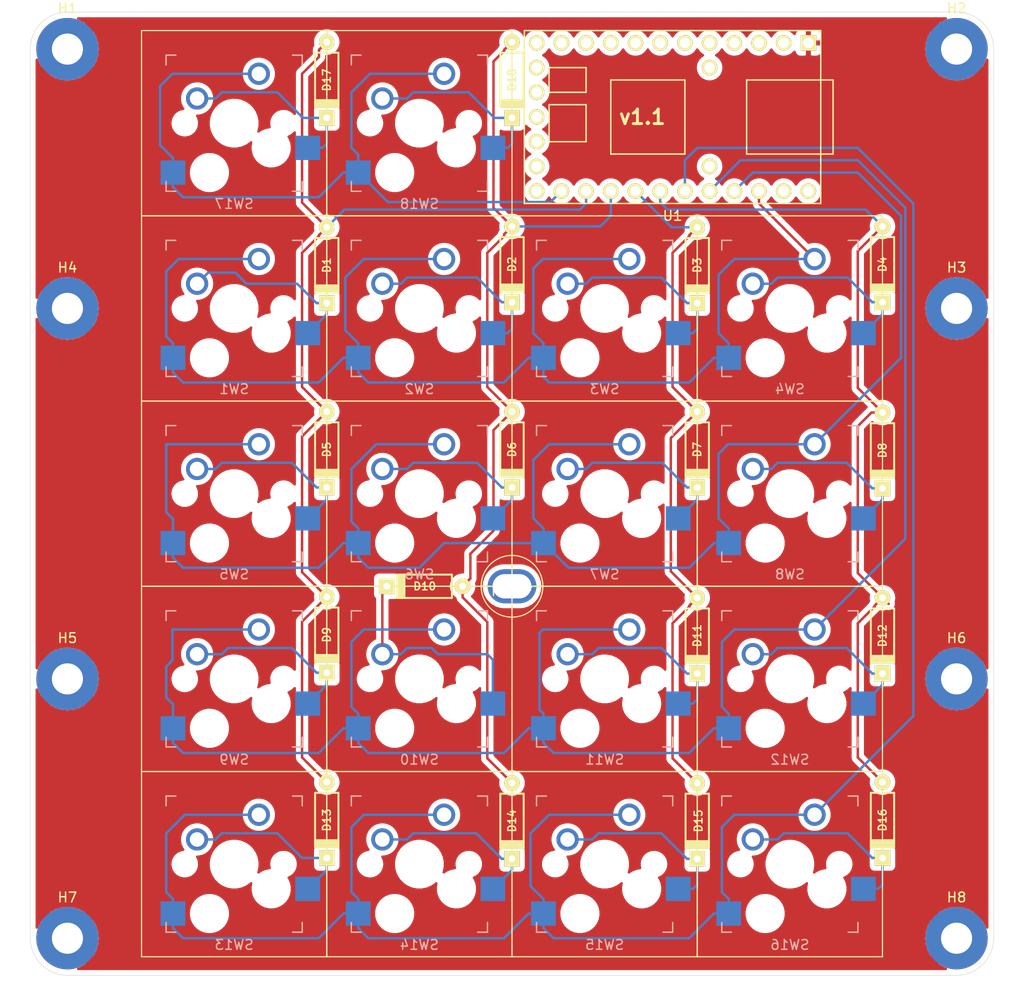
<source format=kicad_pcb>
(kicad_pcb (version 20171130) (host pcbnew "(5.1.2)-2")
  (layers (0 F.Cu signal) (31 B.Cu signal) (34 B.Paste user) (35 F.Paste user) (36 B.SilkS user) (37 F.SilkS user) (38 B.Mask user) (39 F.Mask user) (44 Edge.Cuts user))
  (net 0 "")
  (net 1 "Net-(D6-Pad1)")
  (net 2 COL0)
  (net 3 COL1)
  (net 4 "Net-(D7-Pad1)")
  (net 5 COL2)
  (net 6 "Net-(D8-Pad1)")
  (net 7 "Net-(D9-Pad1)")
  (net 8 COL3)
  (net 9 "Net-(D11-Pad1)")
  (net 10 "Net-(D12-Pad1)")
  (net 11 "Net-(D13-Pad1)")
  (net 12 "Net-(D14-Pad1)")
  (net 13 "Net-(D16-Pad1)")
  (net 14 ROW3)
  (net 15 ROW2)
  (net 16 ROW1)
  (net 17 ROW0)
  (net 18 "Net-(U1-Pad15)")
  (net 19 "Net-(U1-Pad2)")
  (net 20 "Net-(U1-Pad3)")
  (net 21 "Net-(U1-Pad4)")
  (net 22 "Net-(U1-Pad5)")
  (net 23 "Net-(U1-Pad6)")
  (net 24 "Net-(U1-Pad7)")
  (net 25 "Net-(U1-Pad8)")
  (net 26 "Net-(U1-Pad9)")
  (net 27 "Net-(U1-Pad10)")
  (net 28 "Net-(U1-Pad11)")
  (net 29 "Net-(U1-Pad12)")
  (net 30 "Net-(U1-Pad13)")
  (net 31 "Net-(U1-Pad14)")
  (net 32 "Net-(U1-Pad16)")
  (net 33 "Net-(U1-Pad17)")
  (net 34 "Net-(U1-Pad18)")
  (net 35 "Net-(U1-Pad28)")
  (net 36 "Net-(U1-Pad29)")
  (net 37 "Net-(U1-Pad30)")
  (net 38 "Net-(U1-Pad31)")
  (net 39 "Net-(D1-Pad1)")
  (net 40 "Net-(D2-Pad1)")
  (net 41 "Net-(D3-Pad1)")
  (net 42 "Net-(D4-Pad1)")
  (net 43 "Net-(D5-Pad1)")
  (net 44 "Net-(D10-Pad1)")
  (net 45 "Net-(D15-Pad1)")
  (net 46 "Net-(D17-Pad1)")
  (net 47 "Net-(D18-Pad1)")
  (net 48 ROW4)
  (net 49 GND)
  (module "christ none of these are what i want:M2-mounting-hole-oval" (layer F.Cu) (at 126.365 86.995)
    (fp_text reference REF** (at 0 0.5) (layer F.SilkS))
    (fp_text value M2-mounting-hole-oval)
    (pad "" thru_hole oval (at 0 0) (size 5 3.5) (drill oval 4 2.5) (layers *.Cu *.Mask))
  )
  (module teensy:Teensy2.0 (layer F.Cu) (at 142.875 38.735 180)
    (fp_text reference U1 (at 0 -10.16) (layer F.SilkS))
    (fp_text value Teensy2.0)
    (pad 15 thru_hole circle (at 13.97 0 180) (size 1.6 1.6) (drill 1.1) (layers *.Cu *.Mask F.SilkS) (net 18 "Net-(U1-Pad15)"))
    (pad 1 thru_hole rect (at -13.97 7.62 180) (size 1.6 1.6) (drill 1.1) (layers *.Cu *.Mask F.SilkS) (net 49 GND))
    (pad 2 thru_hole circle (at -11.43 7.62 180) (size 1.6 1.6) (drill 1.1) (layers *.Cu *.Mask F.SilkS) (net 19 "Net-(U1-Pad2)"))
    (pad 3 thru_hole circle (at -8.89 7.62 180) (size 1.6 1.6) (drill 1.1) (layers *.Cu *.Mask F.SilkS) (net 20 "Net-(U1-Pad3)"))
    (pad 4 thru_hole circle (at -6.35 7.62 180) (size 1.6 1.6) (drill 1.1) (layers *.Cu *.Mask F.SilkS) (net 21 "Net-(U1-Pad4)"))
    (pad 5 thru_hole circle (at -3.81 7.62 180) (size 1.6 1.6) (drill 1.1) (layers *.Cu *.Mask F.SilkS) (net 22 "Net-(U1-Pad5)"))
    (pad 6 thru_hole circle (at -1.27 7.62 180) (size 1.6 1.6) (drill 1.1) (layers *.Cu *.Mask F.SilkS) (net 23 "Net-(U1-Pad6)"))
    (pad 7 thru_hole circle (at 1.27 7.62 180) (size 1.6 1.6) (drill 1.1) (layers *.Cu *.Mask F.SilkS) (net 24 "Net-(U1-Pad7)"))
    (pad 8 thru_hole circle (at 3.81 7.62 180) (size 1.6 1.6) (drill 1.1) (layers *.Cu *.Mask F.SilkS) (net 25 "Net-(U1-Pad8)"))
    (pad 9 thru_hole circle (at 6.35 7.62 180) (size 1.6 1.6) (drill 1.1) (layers *.Cu *.Mask F.SilkS) (net 26 "Net-(U1-Pad9)"))
    (pad 10 thru_hole circle (at 8.89 7.62 180) (size 1.6 1.6) (drill 1.1) (layers *.Cu *.Mask F.SilkS) (net 27 "Net-(U1-Pad10)"))
    (pad 11 thru_hole circle (at 11.43 7.62 180) (size 1.6 1.6) (drill 1.1) (layers *.Cu *.Mask F.SilkS) (net 28 "Net-(U1-Pad11)"))
    (pad 12 thru_hole circle (at 13.97 7.62 180) (size 1.6 1.6) (drill 1.1) (layers *.Cu *.Mask F.SilkS) (net 29 "Net-(U1-Pad12)"))
    (pad 13 thru_hole circle (at 13.97 5.08 180) (size 1.6 1.6) (drill 1.1) (layers *.Cu *.Mask F.SilkS) (net 30 "Net-(U1-Pad13)"))
    (pad 14 thru_hole circle (at 13.97 2.54 180) (size 1.6 1.6) (drill 1.1) (layers *.Cu *.Mask F.SilkS) (net 31 "Net-(U1-Pad14)"))
    (pad 16 thru_hole circle (at 13.97 -2.54 180) (size 1.6 1.6) (drill 1.1) (layers *.Cu *.Mask F.SilkS) (net 32 "Net-(U1-Pad16)"))
    (pad 17 thru_hole circle (at 13.97 -5.08 180) (size 1.6 1.6) (drill 1.1) (layers *.Cu *.Mask F.SilkS) (net 33 "Net-(U1-Pad17)"))
    (pad 18 thru_hole circle (at 13.97 -7.62 180) (size 1.6 1.6) (drill 1.1) (layers *.Cu *.Mask F.SilkS) (net 34 "Net-(U1-Pad18)"))
    (pad 19 thru_hole circle (at 11.43 -7.62 180) (size 1.6 1.6) (drill 1.1) (layers *.Cu *.Mask F.SilkS) (net 48 ROW4))
    (pad 20 thru_hole circle (at 8.89 -7.62 180) (size 1.6 1.6) (drill 1.1) (layers *.Cu *.Mask F.SilkS) (net 2 COL0))
    (pad 21 thru_hole circle (at 6.35 -7.62 180) (size 1.6 1.6) (drill 1.1) (layers *.Cu *.Mask F.SilkS) (net 3 COL1))
    (pad 22 thru_hole circle (at 3.81 -7.62 180) (size 1.6 1.6) (drill 1.1) (layers *.Cu *.Mask F.SilkS) (net 5 COL2))
    (pad 23 thru_hole circle (at 1.27 -7.62 180) (size 1.6 1.6) (drill 1.1) (layers *.Cu *.Mask F.SilkS) (net 8 COL3))
    (pad 24 thru_hole circle (at -1.27 -7.62 180) (size 1.6 1.6) (drill 1.1) (layers *.Cu *.Mask F.SilkS) (net 17 ROW0))
    (pad 25 thru_hole circle (at -3.81 -7.62 180) (size 1.6 1.6) (drill 1.1) (layers *.Cu *.Mask F.SilkS) (net 16 ROW1))
    (pad 26 thru_hole circle (at -6.35 -7.62 180) (size 1.6 1.6) (drill 1.1) (layers *.Cu *.Mask F.SilkS) (net 15 ROW2))
    (pad 27 thru_hole circle (at -8.89 -7.62 180) (size 1.6 1.6) (drill 1.1) (layers *.Cu *.Mask F.SilkS) (net 14 ROW3))
    (pad 28 thru_hole circle (at -11.43 -7.62 180) (size 1.6 1.6) (drill 1.1) (layers *.Cu *.Mask F.SilkS) (net 35 "Net-(U1-Pad28)"))
    (pad 29 thru_hole circle (at -13.97 -7.62 180) (size 1.6 1.6) (drill 1.1) (layers *.Cu *.Mask F.SilkS) (net 36 "Net-(U1-Pad29)"))
    (pad 30 thru_hole circle (at -3.81 5.08 180) (size 1.6 1.6) (drill 1.1) (layers *.Cu *.Mask F.SilkS) (net 37 "Net-(U1-Pad30)"))
    (pad 31 thru_hole circle (at -3.81 -5.08 180) (size 1.6 1.6) (drill 1.1) (layers *.Cu *.Mask F.SilkS) (net 38 "Net-(U1-Pad31)"))
  )
  (module "christ none of these are what i want:Kailh_socket_optional100" (layer F.Cu) (at 135.89 77.47)
    (fp_text reference SW7 (at 0 8.3) (layer B.SilkS) (effects (justify mirror)))
    (fp_text value 6)
    (pad 2 smd rect (at 7.56 2.54) (size 2.55 2.5) (layers B.Cu B.Paste B.Mask) (net 4 "Net-(D7-Pad1)"))
    (pad "" np_thru_hole circle (at -5.08 0) (size 1.7018 1.7018) (drill 1.7018) (layers *.Cu *.Mask))
    (pad "" np_thru_hole circle (at 5.08 0) (size 1.7018 1.7018) (drill 1.7018) (layers *.Cu *.Mask))
    (pad 2 thru_hole circle (at -3.81 -2.54) (size 2.286 2.286) (drill 1.4986) (layers *.Cu *.Mask) (net 4 "Net-(D7-Pad1)"))
    (pad "" np_thru_hole circle (at 0 0) (size 3.9878 3.9878) (drill 3.9878) (layers *.Cu *.Mask))
    (pad 1 thru_hole circle (at 2.54 -5.08) (size 2.286 2.286) (drill 1.4986) (layers *.Cu *.Mask) (net 15 ROW2))
    (pad "" np_thru_hole circle (at 3.81 2.54) (size 3 3) (drill 3) (layers *.Cu *.Mask))
    (pad "" np_thru_hole circle (at -2.54 5.08) (size 3 3) (drill 3) (layers *.Cu *.Mask))
    (pad 1 smd rect (at -6.29 5.08) (size 2.55 2.5) (layers B.Cu B.Paste B.Mask) (net 15 ROW2))
  )
  (module keyboard_parts:D_axial (layer F.Cu) (at 117.385 86.995)
    (fp_text reference D10 (at 0 0) (layer F.SilkS) (effects (font (size 0.8 0.8))))
    (fp_text value DIODE hide)
    (pad 1 thru_hole rect (at -3.9 0) (size 1.6 1.6) (drill 0.7) (layers *.Cu *.Mask F.SilkS) (net 44 "Net-(D10-Pad1)"))
    (pad 2 thru_hole circle (at 3.9 0) (size 1.6 1.6) (drill 0.7) (layers *.Cu *.Mask F.SilkS) (net 3 COL1))
  )
  (module keyboard_parts:D_axial (layer F.Cu) (at 107.315 53.975 90)
    (fp_text reference D1 (at 0 0 90) (layer F.SilkS) (effects (font (size 0.8 0.8))))
    (fp_text value DIODE hide)
    (pad 1 thru_hole rect (at -3.9 0 90) (size 1.6 1.6) (drill 0.7) (layers *.Cu *.Mask F.SilkS) (net 39 "Net-(D1-Pad1)"))
    (pad 2 thru_hole circle (at 3.9 0 90) (size 1.6 1.6) (drill 0.7) (layers *.Cu *.Mask F.SilkS) (net 2 COL0))
  )
  (module keyboard_parts:D_axial (layer F.Cu) (at 126.365 53.885 90)
    (fp_text reference D2 (at 0 0 90) (layer F.SilkS) (effects (font (size 0.8 0.8))))
    (fp_text value DIODE hide)
    (pad 1 thru_hole rect (at -3.9 0 90) (size 1.6 1.6) (drill 0.7) (layers *.Cu *.Mask F.SilkS) (net 40 "Net-(D2-Pad1)"))
    (pad 2 thru_hole circle (at 3.9 0 90) (size 1.6 1.6) (drill 0.7) (layers *.Cu *.Mask F.SilkS) (net 3 COL1))
  )
  (module keyboard_parts:D_axial (layer F.Cu) (at 145.415 53.975 90)
    (fp_text reference D3 (at 0 0 90) (layer F.SilkS) (effects (font (size 0.8 0.8))))
    (fp_text value DIODE hide)
    (pad 1 thru_hole rect (at -3.9 0 90) (size 1.6 1.6) (drill 0.7) (layers *.Cu *.Mask F.SilkS) (net 41 "Net-(D3-Pad1)"))
    (pad 2 thru_hole circle (at 3.9 0 90) (size 1.6 1.6) (drill 0.7) (layers *.Cu *.Mask F.SilkS) (net 5 COL2))
  )
  (module keyboard_parts:D_axial (layer F.Cu) (at 164.465 53.885 90)
    (fp_text reference D4 (at 0 0 90) (layer F.SilkS) (effects (font (size 0.8 0.8))))
    (fp_text value DIODE hide)
    (pad 1 thru_hole rect (at -3.9 0 90) (size 1.6 1.6) (drill 0.7) (layers *.Cu *.Mask F.SilkS) (net 42 "Net-(D4-Pad1)"))
    (pad 2 thru_hole circle (at 3.9 0 90) (size 1.6 1.6) (drill 0.7) (layers *.Cu *.Mask F.SilkS) (net 8 COL3))
  )
  (module keyboard_parts:D_axial (layer F.Cu) (at 107.315 72.935 90)
    (fp_text reference D5 (at 0 0 90) (layer F.SilkS) (effects (font (size 0.8 0.8))))
    (fp_text value DIODE hide)
    (pad 2 thru_hole circle (at 3.9 0 90) (size 1.6 1.6) (drill 0.7) (layers *.Cu *.Mask F.SilkS) (net 2 COL0))
    (pad 1 thru_hole rect (at -3.9 0 90) (size 1.6 1.6) (drill 0.7) (layers *.Cu *.Mask F.SilkS) (net 43 "Net-(D5-Pad1)"))
  )
  (module keyboard_parts:D_axial (layer F.Cu) (at 126.365 72.935 90)
    (fp_text reference D6 (at 0 0 90) (layer F.SilkS) (effects (font (size 0.8 0.8))))
    (fp_text value DIODE hide)
    (pad 2 thru_hole circle (at 3.9 0 90) (size 1.6 1.6) (drill 0.7) (layers *.Cu *.Mask F.SilkS) (net 3 COL1))
    (pad 1 thru_hole rect (at -3.9 0 90) (size 1.6 1.6) (drill 0.7) (layers *.Cu *.Mask F.SilkS) (net 1 "Net-(D6-Pad1)"))
  )
  (module keyboard_parts:D_axial (layer F.Cu) (at 145.415 72.935 90)
    (fp_text reference D7 (at 0 0 90) (layer F.SilkS) (effects (font (size 0.8 0.8))))
    (fp_text value DIODE hide)
    (pad 2 thru_hole circle (at 3.9 0 90) (size 1.6 1.6) (drill 0.7) (layers *.Cu *.Mask F.SilkS) (net 5 COL2))
    (pad 1 thru_hole rect (at -3.9 0 90) (size 1.6 1.6) (drill 0.7) (layers *.Cu *.Mask F.SilkS) (net 4 "Net-(D7-Pad1)"))
  )
  (module keyboard_parts:D_axial (layer F.Cu) (at 164.465 73.025 90)
    (fp_text reference D8 (at 0 0 90) (layer F.SilkS) (effects (font (size 0.8 0.8))))
    (fp_text value DIODE hide)
    (pad 2 thru_hole circle (at 3.9 0 90) (size 1.6 1.6) (drill 0.7) (layers *.Cu *.Mask F.SilkS) (net 8 COL3))
    (pad 1 thru_hole rect (at -3.9 0 90) (size 1.6 1.6) (drill 0.7) (layers *.Cu *.Mask F.SilkS) (net 6 "Net-(D8-Pad1)"))
  )
  (module keyboard_parts:D_axial (layer F.Cu) (at 107.315 91.985 90)
    (fp_text reference D9 (at 0 0 90) (layer F.SilkS) (effects (font (size 0.8 0.8))))
    (fp_text value DIODE hide)
    (pad 1 thru_hole rect (at -3.9 0 90) (size 1.6 1.6) (drill 0.7) (layers *.Cu *.Mask F.SilkS) (net 7 "Net-(D9-Pad1)"))
    (pad 2 thru_hole circle (at 3.9 0 90) (size 1.6 1.6) (drill 0.7) (layers *.Cu *.Mask F.SilkS) (net 2 COL0))
  )
  (module keyboard_parts:D_axial (layer F.Cu) (at 145.415 92.075 90)
    (fp_text reference D11 (at 0 0 90) (layer F.SilkS) (effects (font (size 0.8 0.8))))
    (fp_text value DIODE hide)
    (pad 1 thru_hole rect (at -3.9 0 90) (size 1.6 1.6) (drill 0.7) (layers *.Cu *.Mask F.SilkS) (net 9 "Net-(D11-Pad1)"))
    (pad 2 thru_hole circle (at 3.9 0 90) (size 1.6 1.6) (drill 0.7) (layers *.Cu *.Mask F.SilkS) (net 5 COL2))
  )
  (module keyboard_parts:D_axial (layer F.Cu) (at 164.465 92.075 90)
    (fp_text reference D12 (at 0 0 90) (layer F.SilkS) (effects (font (size 0.8 0.8))))
    (fp_text value DIODE hide)
    (pad 1 thru_hole rect (at -3.9 0 90) (size 1.6 1.6) (drill 0.7) (layers *.Cu *.Mask F.SilkS) (net 10 "Net-(D12-Pad1)"))
    (pad 2 thru_hole circle (at 3.9 0 90) (size 1.6 1.6) (drill 0.7) (layers *.Cu *.Mask F.SilkS) (net 8 COL3))
  )
  (module keyboard_parts:D_axial (layer F.Cu) (at 107.315 111.035 90)
    (fp_text reference D13 (at 0 0 90) (layer F.SilkS) (effects (font (size 0.8 0.8))))
    (fp_text value DIODE hide)
    (pad 2 thru_hole circle (at 3.9 0 90) (size 1.6 1.6) (drill 0.7) (layers *.Cu *.Mask F.SilkS) (net 2 COL0))
    (pad 1 thru_hole rect (at -3.9 0 90) (size 1.6 1.6) (drill 0.7) (layers *.Cu *.Mask F.SilkS) (net 11 "Net-(D13-Pad1)"))
  )
  (module keyboard_parts:D_axial (layer F.Cu) (at 126.365 111.125 90)
    (fp_text reference D14 (at 0 0 90) (layer F.SilkS) (effects (font (size 0.8 0.8))))
    (fp_text value DIODE hide)
    (pad 2 thru_hole circle (at 3.9 0 90) (size 1.6 1.6) (drill 0.7) (layers *.Cu *.Mask F.SilkS) (net 3 COL1))
    (pad 1 thru_hole rect (at -3.9 0 90) (size 1.6 1.6) (drill 0.7) (layers *.Cu *.Mask F.SilkS) (net 12 "Net-(D14-Pad1)"))
  )
  (module keyboard_parts:D_axial (layer F.Cu) (at 145.415 111.125 90)
    (fp_text reference D15 (at 0 0.119999 90) (layer F.SilkS) (effects (font (size 0.8 0.8))))
    (fp_text value DIODE hide)
    (pad 2 thru_hole circle (at 3.9 0 90) (size 1.6 1.6) (drill 0.7) (layers *.Cu *.Mask F.SilkS) (net 5 COL2))
    (pad 1 thru_hole rect (at -3.9 0 90) (size 1.6 1.6) (drill 0.7) (layers *.Cu *.Mask F.SilkS) (net 45 "Net-(D15-Pad1)"))
  )
  (module keyboard_parts:D_axial (layer F.Cu) (at 164.465 111.035 90)
    (fp_text reference D16 (at 0 0 90) (layer F.SilkS) (effects (font (size 0.8 0.8))))
    (fp_text value DIODE hide)
    (pad 2 thru_hole circle (at 3.9 0 90) (size 1.6 1.6) (drill 0.7) (layers *.Cu *.Mask F.SilkS) (net 8 COL3))
    (pad 1 thru_hole rect (at -3.9 0 90) (size 1.6 1.6) (drill 0.7) (layers *.Cu *.Mask F.SilkS) (net 13 "Net-(D16-Pad1)"))
  )
  (module keyboard_parts:D_axial (layer F.Cu) (at 107.315 34.925 90)
    (fp_text reference D17 (at 0 0 90) (layer F.SilkS) (effects (font (size 0.8 0.8))))
    (fp_text value DIODE hide)
    (pad 1 thru_hole rect (at -3.9 0 90) (size 1.6 1.6) (drill 0.7) (layers *.Cu *.Mask F.SilkS) (net 46 "Net-(D17-Pad1)"))
    (pad 2 thru_hole circle (at 3.9 0 90) (size 1.6 1.6) (drill 0.7) (layers *.Cu *.Mask F.SilkS) (net 2 COL0))
  )
  (module "christ none of these are what i want:Kailh_socket_optional100" (layer F.Cu) (at 97.79 58.42)
    (fp_text reference SW1 (at 0 8.3) (layer B.SilkS) (effects (justify mirror)))
    (fp_text value 7)
    (pad 1 smd rect (at -6.29 5.08) (size 2.55 2.5) (layers B.Cu B.Paste B.Mask) (net 14 ROW3))
    (pad "" np_thru_hole circle (at -2.54 5.08) (size 3 3) (drill 3) (layers *.Cu *.Mask))
    (pad "" np_thru_hole circle (at 3.81 2.54) (size 3 3) (drill 3) (layers *.Cu *.Mask))
    (pad 1 thru_hole circle (at 2.54 -5.08) (size 2.286 2.286) (drill 1.4986) (layers *.Cu *.Mask) (net 14 ROW3))
    (pad "" np_thru_hole circle (at 0 0) (size 3.9878 3.9878) (drill 3.9878) (layers *.Cu *.Mask))
    (pad 2 thru_hole circle (at -3.81 -2.54) (size 2.286 2.286) (drill 1.4986) (layers *.Cu *.Mask) (net 39 "Net-(D1-Pad1)"))
    (pad "" np_thru_hole circle (at 5.08 0) (size 1.7018 1.7018) (drill 1.7018) (layers *.Cu *.Mask))
    (pad "" np_thru_hole circle (at -5.08 0) (size 1.7018 1.7018) (drill 1.7018) (layers *.Cu *.Mask))
    (pad 2 smd rect (at 7.56 2.54) (size 2.55 2.5) (layers B.Cu B.Paste B.Mask) (net 39 "Net-(D1-Pad1)"))
  )
  (module "christ none of these are what i want:Kailh_socket_optional100" (layer F.Cu) (at 116.84 58.42)
    (fp_text reference SW2 (at 0 8.3) (layer B.SilkS) (effects (justify mirror)))
    (fp_text value 8)
    (pad 1 smd rect (at -6.29 5.08) (size 2.55 2.5) (layers B.Cu B.Paste B.Mask) (net 14 ROW3))
    (pad "" np_thru_hole circle (at -2.54 5.08) (size 3 3) (drill 3) (layers *.Cu *.Mask))
    (pad "" np_thru_hole circle (at 3.81 2.54) (size 3 3) (drill 3) (layers *.Cu *.Mask))
    (pad 1 thru_hole circle (at 2.54 -5.08) (size 2.286 2.286) (drill 1.4986) (layers *.Cu *.Mask) (net 14 ROW3))
    (pad "" np_thru_hole circle (at 0 0) (size 3.9878 3.9878) (drill 3.9878) (layers *.Cu *.Mask))
    (pad 2 thru_hole circle (at -3.81 -2.54) (size 2.286 2.286) (drill 1.4986) (layers *.Cu *.Mask) (net 40 "Net-(D2-Pad1)"))
    (pad "" np_thru_hole circle (at 5.08 0) (size 1.7018 1.7018) (drill 1.7018) (layers *.Cu *.Mask))
    (pad "" np_thru_hole circle (at -5.08 0) (size 1.7018 1.7018) (drill 1.7018) (layers *.Cu *.Mask))
    (pad 2 smd rect (at 7.56 2.54) (size 2.55 2.5) (layers B.Cu B.Paste B.Mask) (net 40 "Net-(D2-Pad1)"))
  )
  (module "christ none of these are what i want:Kailh_socket_optional100" (layer F.Cu) (at 135.89 58.42)
    (fp_text reference SW3 (at 0 8.3) (layer B.SilkS) (effects (justify mirror)))
    (fp_text value 9)
    (pad 1 smd rect (at -6.29 5.08) (size 2.55 2.5) (layers B.Cu B.Paste B.Mask) (net 14 ROW3))
    (pad "" np_thru_hole circle (at -2.54 5.08) (size 3 3) (drill 3) (layers *.Cu *.Mask))
    (pad "" np_thru_hole circle (at 3.81 2.54) (size 3 3) (drill 3) (layers *.Cu *.Mask))
    (pad 1 thru_hole circle (at 2.54 -5.08) (size 2.286 2.286) (drill 1.4986) (layers *.Cu *.Mask) (net 14 ROW3))
    (pad "" np_thru_hole circle (at 0 0) (size 3.9878 3.9878) (drill 3.9878) (layers *.Cu *.Mask))
    (pad 2 thru_hole circle (at -3.81 -2.54) (size 2.286 2.286) (drill 1.4986) (layers *.Cu *.Mask) (net 41 "Net-(D3-Pad1)"))
    (pad "" np_thru_hole circle (at 5.08 0) (size 1.7018 1.7018) (drill 1.7018) (layers *.Cu *.Mask))
    (pad "" np_thru_hole circle (at -5.08 0) (size 1.7018 1.7018) (drill 1.7018) (layers *.Cu *.Mask))
    (pad 2 smd rect (at 7.56 2.54) (size 2.55 2.5) (layers B.Cu B.Paste B.Mask) (net 41 "Net-(D3-Pad1)"))
  )
  (module "christ none of these are what i want:Kailh_socket_optional100" (layer F.Cu) (at 154.94 58.42)
    (fp_text reference SW4 (at 0 8.3) (layer B.SilkS) (effects (justify mirror)))
    (fp_text value -)
    (pad 2 smd rect (at 7.56 2.54) (size 2.55 2.5) (layers B.Cu B.Paste B.Mask) (net 42 "Net-(D4-Pad1)"))
    (pad "" np_thru_hole circle (at -5.08 0) (size 1.7018 1.7018) (drill 1.7018) (layers *.Cu *.Mask))
    (pad "" np_thru_hole circle (at 5.08 0) (size 1.7018 1.7018) (drill 1.7018) (layers *.Cu *.Mask))
    (pad 2 thru_hole circle (at -3.81 -2.54) (size 2.286 2.286) (drill 1.4986) (layers *.Cu *.Mask) (net 42 "Net-(D4-Pad1)"))
    (pad "" np_thru_hole circle (at 0 0) (size 3.9878 3.9878) (drill 3.9878) (layers *.Cu *.Mask))
    (pad 1 thru_hole circle (at 2.54 -5.08) (size 2.286 2.286) (drill 1.4986) (layers *.Cu *.Mask) (net 14 ROW3))
    (pad "" np_thru_hole circle (at 3.81 2.54) (size 3 3) (drill 3) (layers *.Cu *.Mask))
    (pad "" np_thru_hole circle (at -2.54 5.08) (size 3 3) (drill 3) (layers *.Cu *.Mask))
    (pad 1 smd rect (at -6.29 5.08) (size 2.55 2.5) (layers B.Cu B.Paste B.Mask) (net 14 ROW3))
  )
  (module "christ none of these are what i want:Kailh_socket_optional100" (layer F.Cu) (at 97.79 77.47)
    (fp_text reference SW5 (at 0 8.3) (layer B.SilkS) (effects (justify mirror)))
    (fp_text value 4)
    (pad 2 smd rect (at 7.56 2.54) (size 2.55 2.5) (layers B.Cu B.Paste B.Mask) (net 43 "Net-(D5-Pad1)"))
    (pad "" np_thru_hole circle (at -5.08 0) (size 1.7018 1.7018) (drill 1.7018) (layers *.Cu *.Mask))
    (pad "" np_thru_hole circle (at 5.08 0) (size 1.7018 1.7018) (drill 1.7018) (layers *.Cu *.Mask))
    (pad 2 thru_hole circle (at -3.81 -2.54) (size 2.286 2.286) (drill 1.4986) (layers *.Cu *.Mask) (net 43 "Net-(D5-Pad1)"))
    (pad "" np_thru_hole circle (at 0 0) (size 3.9878 3.9878) (drill 3.9878) (layers *.Cu *.Mask))
    (pad 1 thru_hole circle (at 2.54 -5.08) (size 2.286 2.286) (drill 1.4986) (layers *.Cu *.Mask) (net 15 ROW2))
    (pad "" np_thru_hole circle (at 3.81 2.54) (size 3 3) (drill 3) (layers *.Cu *.Mask))
    (pad "" np_thru_hole circle (at -2.54 5.08) (size 3 3) (drill 3) (layers *.Cu *.Mask))
    (pad 1 smd rect (at -6.29 5.08) (size 2.55 2.5) (layers B.Cu B.Paste B.Mask) (net 15 ROW2))
  )
  (module "christ none of these are what i want:Kailh_socket_optional100" (layer F.Cu) (at 116.84 77.47)
    (fp_text reference SW6 (at 0 8.3) (layer B.SilkS) (effects (justify mirror)))
    (fp_text value 5)
    (pad 1 smd rect (at -6.29 5.08) (size 2.55 2.5) (layers B.Cu B.Paste B.Mask) (net 15 ROW2))
    (pad "" np_thru_hole circle (at -2.54 5.08) (size 3 3) (drill 3) (layers *.Cu *.Mask))
    (pad "" np_thru_hole circle (at 3.81 2.54) (size 3 3) (drill 3) (layers *.Cu *.Mask))
    (pad 1 thru_hole circle (at 2.54 -5.08) (size 2.286 2.286) (drill 1.4986) (layers *.Cu *.Mask) (net 15 ROW2))
    (pad "" np_thru_hole circle (at 0 0) (size 3.9878 3.9878) (drill 3.9878) (layers *.Cu *.Mask))
    (pad 2 thru_hole circle (at -3.81 -2.54) (size 2.286 2.286) (drill 1.4986) (layers *.Cu *.Mask) (net 1 "Net-(D6-Pad1)"))
    (pad "" np_thru_hole circle (at 5.08 0) (size 1.7018 1.7018) (drill 1.7018) (layers *.Cu *.Mask))
    (pad "" np_thru_hole circle (at -5.08 0) (size 1.7018 1.7018) (drill 1.7018) (layers *.Cu *.Mask))
    (pad 2 smd rect (at 7.56 2.54) (size 2.55 2.5) (layers B.Cu B.Paste B.Mask) (net 1 "Net-(D6-Pad1)"))
  )
  (module "christ none of these are what i want:Kailh_socket_optional100" (layer F.Cu) (at 154.94 77.47)
    (fp_text reference SW8 (at 0 8.3) (layer B.SilkS) (effects (justify mirror)))
    (fp_text value *)
    (pad 1 smd rect (at -6.29 5.08) (size 2.55 2.5) (layers B.Cu B.Paste B.Mask) (net 15 ROW2))
    (pad "" np_thru_hole circle (at -2.54 5.08) (size 3 3) (drill 3) (layers *.Cu *.Mask))
    (pad "" np_thru_hole circle (at 3.81 2.54) (size 3 3) (drill 3) (layers *.Cu *.Mask))
    (pad 1 thru_hole circle (at 2.54 -5.08) (size 2.286 2.286) (drill 1.4986) (layers *.Cu *.Mask) (net 15 ROW2))
    (pad "" np_thru_hole circle (at 0 0) (size 3.9878 3.9878) (drill 3.9878) (layers *.Cu *.Mask))
    (pad 2 thru_hole circle (at -3.81 -2.54) (size 2.286 2.286) (drill 1.4986) (layers *.Cu *.Mask) (net 6 "Net-(D8-Pad1)"))
    (pad "" np_thru_hole circle (at 5.08 0) (size 1.7018 1.7018) (drill 1.7018) (layers *.Cu *.Mask))
    (pad "" np_thru_hole circle (at -5.08 0) (size 1.7018 1.7018) (drill 1.7018) (layers *.Cu *.Mask))
    (pad 2 smd rect (at 7.56 2.54) (size 2.55 2.5) (layers B.Cu B.Paste B.Mask) (net 6 "Net-(D8-Pad1)"))
  )
  (module "christ none of these are what i want:Kailh_socket_optional100" (layer F.Cu) (at 97.79 96.52)
    (fp_text reference SW9 (at 0 8.3) (layer B.SilkS) (effects (justify mirror)))
    (fp_text value 1)
    (pad 1 smd rect (at -6.29 5.08) (size 2.55 2.5) (layers B.Cu B.Paste B.Mask) (net 16 ROW1))
    (pad "" np_thru_hole circle (at -2.54 5.08) (size 3 3) (drill 3) (layers *.Cu *.Mask))
    (pad "" np_thru_hole circle (at 3.81 2.54) (size 3 3) (drill 3) (layers *.Cu *.Mask))
    (pad 1 thru_hole circle (at 2.54 -5.08) (size 2.286 2.286) (drill 1.4986) (layers *.Cu *.Mask) (net 16 ROW1))
    (pad "" np_thru_hole circle (at 0 0) (size 3.9878 3.9878) (drill 3.9878) (layers *.Cu *.Mask))
    (pad 2 thru_hole circle (at -3.81 -2.54) (size 2.286 2.286) (drill 1.4986) (layers *.Cu *.Mask) (net 7 "Net-(D9-Pad1)"))
    (pad "" np_thru_hole circle (at 5.08 0) (size 1.7018 1.7018) (drill 1.7018) (layers *.Cu *.Mask))
    (pad "" np_thru_hole circle (at -5.08 0) (size 1.7018 1.7018) (drill 1.7018) (layers *.Cu *.Mask))
    (pad 2 smd rect (at 7.56 2.54) (size 2.55 2.5) (layers B.Cu B.Paste B.Mask) (net 7 "Net-(D9-Pad1)"))
  )
  (module "christ none of these are what i want:Kailh_socket_optional100" (layer F.Cu) (at 116.84 96.52)
    (fp_text reference SW10 (at 0 8.3) (layer B.SilkS) (effects (justify mirror)))
    (fp_text value 2)
    (pad 2 smd rect (at 7.56 2.54) (size 2.55 2.5) (layers B.Cu B.Paste B.Mask) (net 44 "Net-(D10-Pad1)"))
    (pad "" np_thru_hole circle (at -5.08 0) (size 1.7018 1.7018) (drill 1.7018) (layers *.Cu *.Mask))
    (pad "" np_thru_hole circle (at 5.08 0) (size 1.7018 1.7018) (drill 1.7018) (layers *.Cu *.Mask))
    (pad 2 thru_hole circle (at -3.81 -2.54) (size 2.286 2.286) (drill 1.4986) (layers *.Cu *.Mask) (net 44 "Net-(D10-Pad1)"))
    (pad "" np_thru_hole circle (at 0 0) (size 3.9878 3.9878) (drill 3.9878) (layers *.Cu *.Mask))
    (pad 1 thru_hole circle (at 2.54 -5.08) (size 2.286 2.286) (drill 1.4986) (layers *.Cu *.Mask) (net 16 ROW1))
    (pad "" np_thru_hole circle (at 3.81 2.54) (size 3 3) (drill 3) (layers *.Cu *.Mask))
    (pad "" np_thru_hole circle (at -2.54 5.08) (size 3 3) (drill 3) (layers *.Cu *.Mask))
    (pad 1 smd rect (at -6.29 5.08) (size 2.55 2.5) (layers B.Cu B.Paste B.Mask) (net 16 ROW1))
  )
  (module "christ none of these are what i want:Kailh_socket_optional100" (layer F.Cu) (at 135.89 96.52)
    (fp_text reference SW11 (at 0 8.3) (layer B.SilkS) (effects (justify mirror)))
    (fp_text value 3)
    (pad 1 smd rect (at -6.29 5.08) (size 2.55 2.5) (layers B.Cu B.Paste B.Mask) (net 16 ROW1))
    (pad "" np_thru_hole circle (at -2.54 5.08) (size 3 3) (drill 3) (layers *.Cu *.Mask))
    (pad "" np_thru_hole circle (at 3.81 2.54) (size 3 3) (drill 3) (layers *.Cu *.Mask))
    (pad 1 thru_hole circle (at 2.54 -5.08) (size 2.286 2.286) (drill 1.4986) (layers *.Cu *.Mask) (net 16 ROW1))
    (pad "" np_thru_hole circle (at 0 0) (size 3.9878 3.9878) (drill 3.9878) (layers *.Cu *.Mask))
    (pad 2 thru_hole circle (at -3.81 -2.54) (size 2.286 2.286) (drill 1.4986) (layers *.Cu *.Mask) (net 9 "Net-(D11-Pad1)"))
    (pad "" np_thru_hole circle (at 5.08 0) (size 1.7018 1.7018) (drill 1.7018) (layers *.Cu *.Mask))
    (pad "" np_thru_hole circle (at -5.08 0) (size 1.7018 1.7018) (drill 1.7018) (layers *.Cu *.Mask))
    (pad 2 smd rect (at 7.56 2.54) (size 2.55 2.5) (layers B.Cu B.Paste B.Mask) (net 9 "Net-(D11-Pad1)"))
  )
  (module "christ none of these are what i want:Kailh_socket_optional100" (layer F.Cu) (at 154.94 96.52)
    (fp_text reference SW12 (at 0 8.3) (layer B.SilkS) (effects (justify mirror)))
    (fp_text value +)
    (pad 1 smd rect (at -6.29 5.08) (size 2.55 2.5) (layers B.Cu B.Paste B.Mask) (net 16 ROW1))
    (pad "" np_thru_hole circle (at -2.54 5.08) (size 3 3) (drill 3) (layers *.Cu *.Mask))
    (pad "" np_thru_hole circle (at 3.81 2.54) (size 3 3) (drill 3) (layers *.Cu *.Mask))
    (pad 1 thru_hole circle (at 2.54 -5.08) (size 2.286 2.286) (drill 1.4986) (layers *.Cu *.Mask) (net 16 ROW1))
    (pad "" np_thru_hole circle (at 0 0) (size 3.9878 3.9878) (drill 3.9878) (layers *.Cu *.Mask))
    (pad 2 thru_hole circle (at -3.81 -2.54) (size 2.286 2.286) (drill 1.4986) (layers *.Cu *.Mask) (net 10 "Net-(D12-Pad1)"))
    (pad "" np_thru_hole circle (at 5.08 0) (size 1.7018 1.7018) (drill 1.7018) (layers *.Cu *.Mask))
    (pad "" np_thru_hole circle (at -5.08 0) (size 1.7018 1.7018) (drill 1.7018) (layers *.Cu *.Mask))
    (pad 2 smd rect (at 7.56 2.54) (size 2.55 2.5) (layers B.Cu B.Paste B.Mask) (net 10 "Net-(D12-Pad1)"))
  )
  (module "christ none of these are what i want:Kailh_socket_optional100" (layer F.Cu) (at 97.79 115.57)
    (fp_text reference SW13 (at 0 8.3) (layer B.SilkS) (effects (justify mirror)))
    (fp_text value 0)
    (pad 2 smd rect (at 7.56 2.54) (size 2.55 2.5) (layers B.Cu B.Paste B.Mask) (net 11 "Net-(D13-Pad1)"))
    (pad "" np_thru_hole circle (at -5.08 0) (size 1.7018 1.7018) (drill 1.7018) (layers *.Cu *.Mask))
    (pad "" np_thru_hole circle (at 5.08 0) (size 1.7018 1.7018) (drill 1.7018) (layers *.Cu *.Mask))
    (pad 2 thru_hole circle (at -3.81 -2.54) (size 2.286 2.286) (drill 1.4986) (layers *.Cu *.Mask) (net 11 "Net-(D13-Pad1)"))
    (pad "" np_thru_hole circle (at 0 0) (size 3.9878 3.9878) (drill 3.9878) (layers *.Cu *.Mask))
    (pad 1 thru_hole circle (at 2.54 -5.08) (size 2.286 2.286) (drill 1.4986) (layers *.Cu *.Mask) (net 17 ROW0))
    (pad "" np_thru_hole circle (at 3.81 2.54) (size 3 3) (drill 3) (layers *.Cu *.Mask))
    (pad "" np_thru_hole circle (at -2.54 5.08) (size 3 3) (drill 3) (layers *.Cu *.Mask))
    (pad 1 smd rect (at -6.29 5.08) (size 2.55 2.5) (layers B.Cu B.Paste B.Mask) (net 17 ROW0))
  )
  (module "christ none of these are what i want:Kailh_socket_optional100" (layer F.Cu) (at 116.84 115.57)
    (fp_text reference SW14 (at 0 8.3) (layer B.SilkS) (effects (justify mirror)))
    (fp_text value .)
    (pad 1 smd rect (at -6.29 5.08) (size 2.55 2.5) (layers B.Cu B.Paste B.Mask) (net 17 ROW0))
    (pad "" np_thru_hole circle (at -2.54 5.08) (size 3 3) (drill 3) (layers *.Cu *.Mask))
    (pad "" np_thru_hole circle (at 3.81 2.54) (size 3 3) (drill 3) (layers *.Cu *.Mask))
    (pad 1 thru_hole circle (at 2.54 -5.08) (size 2.286 2.286) (drill 1.4986) (layers *.Cu *.Mask) (net 17 ROW0))
    (pad "" np_thru_hole circle (at 0 0) (size 3.9878 3.9878) (drill 3.9878) (layers *.Cu *.Mask))
    (pad 2 thru_hole circle (at -3.81 -2.54) (size 2.286 2.286) (drill 1.4986) (layers *.Cu *.Mask) (net 12 "Net-(D14-Pad1)"))
    (pad "" np_thru_hole circle (at 5.08 0) (size 1.7018 1.7018) (drill 1.7018) (layers *.Cu *.Mask))
    (pad "" np_thru_hole circle (at -5.08 0) (size 1.7018 1.7018) (drill 1.7018) (layers *.Cu *.Mask))
    (pad 2 smd rect (at 7.56 2.54) (size 2.55 2.5) (layers B.Cu B.Paste B.Mask) (net 12 "Net-(D14-Pad1)"))
  )
  (module "christ none of these are what i want:Kailh_socket_optional100" (layer F.Cu) (at 135.89 115.57)
    (fp_text reference SW15 (at 0 8.3) (layer B.SilkS) (effects (justify mirror)))
    (fp_text value /)
    (pad 2 smd rect (at 7.56 2.54) (size 2.55 2.5) (layers B.Cu B.Paste B.Mask) (net 45 "Net-(D15-Pad1)"))
    (pad "" np_thru_hole circle (at -5.08 0) (size 1.7018 1.7018) (drill 1.7018) (layers *.Cu *.Mask))
    (pad "" np_thru_hole circle (at 5.08 0) (size 1.7018 1.7018) (drill 1.7018) (layers *.Cu *.Mask))
    (pad 2 thru_hole circle (at -3.81 -2.54) (size 2.286 2.286) (drill 1.4986) (layers *.Cu *.Mask) (net 45 "Net-(D15-Pad1)"))
    (pad "" np_thru_hole circle (at 0 0) (size 3.9878 3.9878) (drill 3.9878) (layers *.Cu *.Mask))
    (pad 1 thru_hole circle (at 2.54 -5.08) (size 2.286 2.286) (drill 1.4986) (layers *.Cu *.Mask) (net 17 ROW0))
    (pad "" np_thru_hole circle (at 3.81 2.54) (size 3 3) (drill 3) (layers *.Cu *.Mask))
    (pad "" np_thru_hole circle (at -2.54 5.08) (size 3 3) (drill 3) (layers *.Cu *.Mask))
    (pad 1 smd rect (at -6.29 5.08) (size 2.55 2.5) (layers B.Cu B.Paste B.Mask) (net 17 ROW0))
  )
  (module "christ none of these are what i want:Kailh_socket_optional100" (layer F.Cu) (at 154.94 115.57)
    (fp_text reference SW16 (at 0 8.3) (layer B.SilkS) (effects (justify mirror)))
    (fp_text value Enter)
    (pad 2 smd rect (at 7.56 2.54) (size 2.55 2.5) (layers B.Cu B.Paste B.Mask) (net 13 "Net-(D16-Pad1)"))
    (pad "" np_thru_hole circle (at -5.08 0) (size 1.7018 1.7018) (drill 1.7018) (layers *.Cu *.Mask))
    (pad "" np_thru_hole circle (at 5.08 0) (size 1.7018 1.7018) (drill 1.7018) (layers *.Cu *.Mask))
    (pad 2 thru_hole circle (at -3.81 -2.54) (size 2.286 2.286) (drill 1.4986) (layers *.Cu *.Mask) (net 13 "Net-(D16-Pad1)"))
    (pad "" np_thru_hole circle (at 0 0) (size 3.9878 3.9878) (drill 3.9878) (layers *.Cu *.Mask))
    (pad 1 thru_hole circle (at 2.54 -5.08) (size 2.286 2.286) (drill 1.4986) (layers *.Cu *.Mask) (net 17 ROW0))
    (pad "" np_thru_hole circle (at 3.81 2.54) (size 3 3) (drill 3) (layers *.Cu *.Mask))
    (pad "" np_thru_hole circle (at -2.54 5.08) (size 3 3) (drill 3) (layers *.Cu *.Mask))
    (pad 1 smd rect (at -6.29 5.08) (size 2.55 2.5) (layers B.Cu B.Paste B.Mask) (net 17 ROW0))
  )
  (module "christ none of these are what i want:Kailh_socket_optional100" (layer F.Cu) (at 97.79 39.37)
    (fp_text reference SW17 (at 0 8.3) (layer B.SilkS) (effects (justify mirror)))
    (fp_text value Blank1)
    (pad 2 smd rect (at 7.56 2.54) (size 2.55 2.5) (layers B.Cu B.Paste B.Mask) (net 46 "Net-(D17-Pad1)"))
    (pad "" np_thru_hole circle (at -5.08 0) (size 1.7018 1.7018) (drill 1.7018) (layers *.Cu *.Mask))
    (pad "" np_thru_hole circle (at 5.08 0) (size 1.7018 1.7018) (drill 1.7018) (layers *.Cu *.Mask))
    (pad 2 thru_hole circle (at -3.81 -2.54) (size 2.286 2.286) (drill 1.4986) (layers *.Cu *.Mask) (net 46 "Net-(D17-Pad1)"))
    (pad "" np_thru_hole circle (at 0 0) (size 3.9878 3.9878) (drill 3.9878) (layers *.Cu *.Mask))
    (pad 1 thru_hole circle (at 2.54 -5.08) (size 2.286 2.286) (drill 1.4986) (layers *.Cu *.Mask) (net 48 ROW4))
    (pad "" np_thru_hole circle (at 3.81 2.54) (size 3 3) (drill 3) (layers *.Cu *.Mask))
    (pad "" np_thru_hole circle (at -2.54 5.08) (size 3 3) (drill 3) (layers *.Cu *.Mask))
    (pad 1 smd rect (at -6.29 5.08) (size 2.55 2.5) (layers B.Cu B.Paste B.Mask) (net 48 ROW4))
  )
  (module "christ none of these are what i want:Kailh_socket_optional100" (layer F.Cu) (at 116.84 39.37)
    (fp_text reference SW18 (at 0 8.3) (layer B.SilkS) (effects (justify mirror)))
    (fp_text value Blank2)
    (pad 2 smd rect (at 7.56 2.54) (size 2.55 2.5) (layers B.Cu B.Paste B.Mask) (net 47 "Net-(D18-Pad1)"))
    (pad "" np_thru_hole circle (at -5.08 0) (size 1.7018 1.7018) (drill 1.7018) (layers *.Cu *.Mask))
    (pad "" np_thru_hole circle (at 5.08 0) (size 1.7018 1.7018) (drill 1.7018) (layers *.Cu *.Mask))
    (pad 2 thru_hole circle (at -3.81 -2.54) (size 2.286 2.286) (drill 1.4986) (layers *.Cu *.Mask) (net 47 "Net-(D18-Pad1)"))
    (pad "" np_thru_hole circle (at 0 0) (size 3.9878 3.9878) (drill 3.9878) (layers *.Cu *.Mask))
    (pad 1 thru_hole circle (at 2.54 -5.08) (size 2.286 2.286) (drill 1.4986) (layers *.Cu *.Mask) (net 48 ROW4))
    (pad "" np_thru_hole circle (at 3.81 2.54) (size 3 3) (drill 3) (layers *.Cu *.Mask))
    (pad "" np_thru_hole circle (at -2.54 5.08) (size 3 3) (drill 3) (layers *.Cu *.Mask))
    (pad 1 smd rect (at -6.29 5.08) (size 2.55 2.5) (layers B.Cu B.Paste B.Mask) (net 48 ROW4))
  )
  (module keyboard_parts:D_axial (layer F.Cu) (at 126.365 34.925 90)
    (fp_text reference D18 (at 0 0 90) (layer F.SilkS) (effects (font (size 0.8 0.8))))
    (fp_text value DIODE hide)
    (pad 1 thru_hole rect (at -3.9 0 90) (size 1.6 1.6) (drill 0.7) (layers *.Cu *.Mask F.SilkS) (net 47 "Net-(D18-Pad1)"))
    (pad 2 thru_hole circle (at 3.9 0 90) (size 1.6 1.6) (drill 0.7) (layers *.Cu *.Mask F.SilkS) (net 3 COL1))
  )
  (module MountingHole:MountingHole_3.2mm_M3_Pad (layer F.Cu) (at 80.645 31.75)
    (fp_text reference H1 (at 0 -4.2) (layer F.SilkS))
    (fp_text value MountingHole_Pad)
    (pad 1 thru_hole circle (at 0 0) (size 6.4 6.4) (drill 3.2) (layers *.Cu *.Mask) (net 49 GND))
  )
  (module MountingHole:MountingHole_3.2mm_M3_Pad (layer F.Cu) (at 172.085 31.75)
    (fp_text reference H2 (at 0 -4.2) (layer F.SilkS))
    (fp_text value MountingHole_Pad)
    (pad 1 thru_hole circle (at 0 0) (size 6.4 6.4) (drill 3.2) (layers *.Cu *.Mask) (net 49 GND))
  )
  (module MountingHole:MountingHole_3.2mm_M3_Pad (layer F.Cu) (at 172.085 58.42)
    (fp_text reference H3 (at 0 -4.2) (layer F.SilkS))
    (fp_text value MountingHole_Pad)
    (pad 1 thru_hole circle (at 0 0) (size 6.4 6.4) (drill 3.2) (layers *.Cu *.Mask) (net 49 GND))
  )
  (module MountingHole:MountingHole_3.2mm_M3_Pad (layer F.Cu) (at 80.645 58.42)
    (fp_text reference H4 (at 0 -4.2) (layer F.SilkS))
    (fp_text value MountingHole_Pad)
    (pad 1 thru_hole circle (at 0 0) (size 6.4 6.4) (drill 3.2) (layers *.Cu *.Mask) (net 49 GND))
  )
  (module MountingHole:MountingHole_3.2mm_M3_Pad (layer F.Cu) (at 80.645 96.52)
    (fp_text reference H5 (at 0 -4.2) (layer F.SilkS))
    (fp_text value MountingHole_Pad)
    (pad 1 thru_hole circle (at 0 0) (size 6.4 6.4) (drill 3.2) (layers *.Cu *.Mask) (net 49 GND))
  )
  (module MountingHole:MountingHole_3.2mm_M3_Pad (layer F.Cu) (at 172.085 96.52)
    (fp_text reference H6 (at 0 -4.2) (layer F.SilkS))
    (fp_text value MountingHole_Pad)
    (pad 1 thru_hole circle (at 0 0) (size 6.4 6.4) (drill 3.2) (layers *.Cu *.Mask) (net 49 GND))
  )
  (module MountingHole:MountingHole_3.2mm_M3_Pad (layer F.Cu) (at 80.645 123.19)
    (fp_text reference H7 (at 0 -4.2) (layer F.SilkS))
    (fp_text value MountingHole_Pad)
    (pad 1 thru_hole circle (at 0 0) (size 6.4 6.4) (drill 3.2) (layers *.Cu *.Mask) (net 49 GND))
  )
  (module MountingHole:MountingHole_3.2mm_M3_Pad (layer F.Cu) (at 172.085 123.19)
    (fp_text reference H8 (at 0 -4.2) (layer F.SilkS))
    (fp_text value MountingHole_Pad)
    (pad 1 thru_hole circle (at 0 0) (size 6.4 6.4) (drill 3.2) (layers *.Cu *.Mask) (net 49 GND))
  )
  (gr_line (start 76.835 123.19) (end 76.835 31.75) (layer Edge.Cuts) (width 0.05))
  (gr_line (start 172.085 127) (end 80.645 127) (layer Edge.Cuts) (width 0.05))
  (gr_line (start 175.895 31.75) (end 175.895 123.19) (layer Edge.Cuts) (width 0.05))
  (gr_line (start 80.645 27.94) (end 172.085 27.94) (layer Edge.Cuts) (width 0.05))
  (gr_arc (start 80.645 123.19) (end 76.835 123.19) (angle -90) (layer Edge.Cuts) (width 0.05))
  (gr_arc (start 80.645 31.75) (end 80.645 27.94) (angle -90) (layer Edge.Cuts) (width 0.05))
  (gr_arc (start 172.085 31.75) (end 175.895 31.75) (angle -90) (layer Edge.Cuts) (width 0.05))
  (gr_arc (start 172.085 123.19) (end 172.085 127) (angle -90) (layer Edge.Cuts) (width 0.05))
  (gr_text "v1.1 " (at 140.335 38.735) (layer F.SilkS) (effects (font (size 1.5 1.5) (thickness 0.3))))
  (segment (start 126.365 77.885) (end 126.365 76.835) (width 0.25) (layer B.Cu) (net 1))
  (segment (start 126.365 78.07) (end 126.365 77.885) (width 0.25) (layer B.Cu) (net 1))
  (segment (start 124.425 80.01) (end 126.365 78.07) (width 0.25) (layer B.Cu) (net 1))
  (segment (start 124.4 80.01) (end 124.425 80.01) (width 0.25) (layer B.Cu) (net 1))
  (segment (start 113.03 74.93) (end 115.57 74.93) (width 0.25) (layer B.Cu) (net 1))
  (segment (start 115.57 74.93) (end 116.205 74.295) (width 0.25) (layer B.Cu) (net 1))
  (segment (start 125.315 76.835) (end 126.365 76.835) (width 0.25) (layer B.Cu) (net 1))
  (segment (start 122.775 74.295) (end 125.315 76.835) (width 0.25) (layer B.Cu) (net 1))
  (segment (start 116.205 74.295) (end 122.775 74.295) (width 0.25) (layer B.Cu) (net 1))
  (segment (start 106.515001 50.874999) (end 106.515001 50.964999) (width 0.25) (layer F.Cu) (net 2))
  (segment (start 107.315 50.075) (end 106.515001 50.874999) (width 0.25) (layer F.Cu) (net 2))
  (segment (start 106.515001 50.964999) (end 104.775 52.705) (width 0.25) (layer F.Cu) (net 2))
  (segment (start 104.775 66.495) (end 107.315 69.035) (width 0.25) (layer F.Cu) (net 2))
  (segment (start 104.775 52.705) (end 104.775 66.495) (width 0.25) (layer F.Cu) (net 2))
  (segment (start 107.315 88.085) (end 104.775 90.625) (width 0.25) (layer F.Cu) (net 2))
  (segment (start 104.775 104.595) (end 107.315 107.135) (width 0.25) (layer F.Cu) (net 2))
  (segment (start 104.775 90.625) (end 104.775 104.595) (width 0.25) (layer F.Cu) (net 2))
  (segment (start 106.515001 31.824999) (end 106.515001 32.549999) (width 0.25) (layer F.Cu) (net 2))
  (segment (start 107.315 31.025) (end 106.515001 31.824999) (width 0.25) (layer F.Cu) (net 2))
  (segment (start 106.515001 32.549999) (end 104.775 34.29) (width 0.25) (layer F.Cu) (net 2))
  (segment (start 104.775 47.535) (end 107.315 50.075) (width 0.25) (layer F.Cu) (net 2))
  (segment (start 104.775 34.29) (end 104.775 47.535) (width 0.25) (layer F.Cu) (net 2))
  (segment (start 133.985 46.355) (end 133.985 47.625) (width 0.25) (layer B.Cu) (net 2))
  (segment (start 133.985 47.625) (end 133.35 48.26) (width 0.25) (layer B.Cu) (net 2))
  (segment (start 109.13 48.26) (end 107.315 50.075) (width 0.25) (layer B.Cu) (net 2))
  (segment (start 133.35 48.26) (end 109.13 48.26) (width 0.25) (layer B.Cu) (net 2))
  (segment (start 107.315 69.035) (end 104.775 71.575) (width 0.25) (layer F.Cu) (net 2))
  (segment (start 104.775 85.545) (end 107.315 88.085) (width 0.25) (layer F.Cu) (net 2))
  (segment (start 104.775 71.575) (end 104.775 85.545) (width 0.25) (layer F.Cu) (net 2))
  (segment (start 125.565001 50.784999) (end 125.565001 50.964999) (width 0.25) (layer F.Cu) (net 3))
  (segment (start 126.365 49.985) (end 125.565001 50.784999) (width 0.25) (layer F.Cu) (net 3))
  (segment (start 125.565001 50.964999) (end 123.825 52.705) (width 0.25) (layer F.Cu) (net 3))
  (segment (start 123.825 66.495) (end 126.365 69.035) (width 0.25) (layer F.Cu) (net 3))
  (segment (start 123.825 52.705) (end 123.825 66.495) (width 0.25) (layer F.Cu) (net 3))
  (segment (start 126.365 69.035) (end 124.46 70.94) (width 0.25) (layer F.Cu) (net 3))
  (segment (start 125.565001 31.824999) (end 125.565001 31.914999) (width 0.25) (layer F.Cu) (net 3))
  (segment (start 126.365 31.025) (end 125.565001 31.824999) (width 0.25) (layer F.Cu) (net 3))
  (segment (start 125.565001 31.914999) (end 124.46 33.02) (width 0.25) (layer F.Cu) (net 3))
  (segment (start 124.46 48.08) (end 126.365 49.985) (width 0.25) (layer F.Cu) (net 3))
  (segment (start 124.46 33.02) (end 124.46 48.08) (width 0.25) (layer F.Cu) (net 3))
  (segment (start 136.525 46.355) (end 136.525 48.895) (width 0.25) (layer B.Cu) (net 3))
  (segment (start 135.435 49.985) (end 134.8 49.985) (width 0.25) (layer B.Cu) (net 3))
  (segment (start 136.525 48.895) (end 135.435 49.985) (width 0.25) (layer B.Cu) (net 3))
  (segment (start 134.8 49.985) (end 126.365 49.985) (width 0.25) (layer B.Cu) (net 3))
  (segment (start 121.285 88.12637) (end 123.825 90.66637) (width 0.25) (layer F.Cu) (net 3))
  (segment (start 121.285 86.995) (end 121.285 88.12637) (width 0.25) (layer F.Cu) (net 3))
  (segment (start 123.825 104.685) (end 126.365 107.225) (width 0.25) (layer F.Cu) (net 3))
  (segment (start 123.825 90.66637) (end 123.825 104.685) (width 0.25) (layer F.Cu) (net 3))
  (segment (start 122.084999 86.195001) (end 122.084999 83.655001) (width 0.25) (layer F.Cu) (net 3))
  (segment (start 121.285 86.995) (end 122.084999 86.195001) (width 0.25) (layer F.Cu) (net 3))
  (segment (start 124.46 81.28) (end 124.46 70.94) (width 0.25) (layer F.Cu) (net 3))
  (segment (start 122.084999 83.655001) (end 124.46 81.28) (width 0.25) (layer F.Cu) (net 3))
  (segment (start 145.415 77.885) (end 145.415 76.835) (width 0.25) (layer B.Cu) (net 4))
  (segment (start 145.415 78.07) (end 145.415 77.885) (width 0.25) (layer B.Cu) (net 4))
  (segment (start 143.475 80.01) (end 145.415 78.07) (width 0.25) (layer B.Cu) (net 4))
  (segment (start 143.45 80.01) (end 143.475 80.01) (width 0.25) (layer B.Cu) (net 4))
  (segment (start 132.08 74.93) (end 133.985 74.93) (width 0.25) (layer B.Cu) (net 4))
  (segment (start 133.985 74.93) (end 134.62 74.295) (width 0.25) (layer B.Cu) (net 4))
  (segment (start 144.365 76.835) (end 145.415 76.835) (width 0.25) (layer B.Cu) (net 4))
  (segment (start 141.825 74.295) (end 144.365 76.835) (width 0.25) (layer B.Cu) (net 4))
  (segment (start 134.62 74.295) (end 141.825 74.295) (width 0.25) (layer B.Cu) (net 4))
  (segment (start 144.615001 88.974999) (end 144.615001 89.064999) (width 0.25) (layer F.Cu) (net 5))
  (segment (start 145.415 88.175) (end 144.615001 88.974999) (width 0.25) (layer F.Cu) (net 5))
  (segment (start 144.615001 89.064999) (end 142.875 90.805) (width 0.25) (layer F.Cu) (net 5))
  (segment (start 142.875 104.685) (end 145.415 107.225) (width 0.25) (layer F.Cu) (net 5))
  (segment (start 142.875 90.805) (end 142.875 104.685) (width 0.25) (layer F.Cu) (net 5))
  (segment (start 145.415 69.035) (end 142.695 71.755) (width 0.25) (layer F.Cu) (net 5))
  (segment (start 142.695 85.455) (end 145.415 88.175) (width 0.25) (layer F.Cu) (net 5))
  (segment (start 142.695 71.755) (end 142.695 85.455) (width 0.25) (layer F.Cu) (net 5))
  (segment (start 144.615001 50.874999) (end 144.615001 50.964999) (width 0.25) (layer F.Cu) (net 5))
  (segment (start 145.415 50.075) (end 144.615001 50.874999) (width 0.25) (layer F.Cu) (net 5))
  (segment (start 144.615001 50.964999) (end 142.875 52.705) (width 0.25) (layer F.Cu) (net 5))
  (segment (start 142.875 66.495) (end 145.415 69.035) (width 0.25) (layer F.Cu) (net 5))
  (segment (start 142.875 52.705) (end 142.875 66.495) (width 0.25) (layer F.Cu) (net 5))
  (segment (start 142.785 50.075) (end 145.415 50.075) (width 0.25) (layer B.Cu) (net 5))
  (segment (start 139.065 46.355) (end 142.785 50.075) (width 0.25) (layer B.Cu) (net 5))
  (segment (start 164.465 77.975) (end 164.465 76.925) (width 0.25) (layer B.Cu) (net 6))
  (segment (start 164.465 78.07) (end 164.465 77.975) (width 0.25) (layer B.Cu) (net 6))
  (segment (start 162.525 80.01) (end 164.465 78.07) (width 0.25) (layer B.Cu) (net 6))
  (segment (start 162.5 80.01) (end 162.525 80.01) (width 0.25) (layer B.Cu) (net 6))
  (segment (start 151.13 74.93) (end 153.035 74.93) (width 0.25) (layer B.Cu) (net 6))
  (segment (start 153.035 74.93) (end 153.67 74.295) (width 0.25) (layer B.Cu) (net 6))
  (segment (start 163.415 76.925) (end 164.465 76.925) (width 0.25) (layer B.Cu) (net 6))
  (segment (start 160.785 74.295) (end 163.415 76.925) (width 0.25) (layer B.Cu) (net 6))
  (segment (start 153.67 74.295) (end 160.785 74.295) (width 0.25) (layer B.Cu) (net 6))
  (segment (start 107.315 96.935) (end 107.315 95.885) (width 0.25) (layer B.Cu) (net 7))
  (segment (start 107.315 97.12) (end 107.315 96.935) (width 0.25) (layer B.Cu) (net 7))
  (segment (start 105.375 99.06) (end 107.315 97.12) (width 0.25) (layer B.Cu) (net 7))
  (segment (start 105.35 99.06) (end 105.375 99.06) (width 0.25) (layer B.Cu) (net 7))
  (segment (start 93.98 93.98) (end 96.52 93.98) (width 0.25) (layer B.Cu) (net 7))
  (segment (start 96.52 93.98) (end 97.155 93.345) (width 0.25) (layer B.Cu) (net 7))
  (segment (start 106.265 95.885) (end 107.315 95.885) (width 0.25) (layer B.Cu) (net 7))
  (segment (start 103.725 93.345) (end 106.265 95.885) (width 0.25) (layer B.Cu) (net 7))
  (segment (start 97.155 93.345) (end 103.725 93.345) (width 0.25) (layer B.Cu) (net 7))
  (segment (start 163.665001 88.974999) (end 163.665001 89.064999) (width 0.25) (layer F.Cu) (net 8))
  (segment (start 164.465 88.175) (end 163.665001 88.974999) (width 0.25) (layer F.Cu) (net 8))
  (segment (start 163.665001 89.064999) (end 161.925 90.805) (width 0.25) (layer F.Cu) (net 8))
  (segment (start 161.925 104.595) (end 164.465 107.135) (width 0.25) (layer F.Cu) (net 8))
  (segment (start 161.925 90.805) (end 161.925 104.595) (width 0.25) (layer F.Cu) (net 8))
  (segment (start 163.33363 69.125) (end 161.925 70.53363) (width 0.25) (layer F.Cu) (net 8))
  (segment (start 164.465 69.125) (end 163.33363 69.125) (width 0.25) (layer F.Cu) (net 8))
  (segment (start 161.925 85.635) (end 165.1 88.81) (width 0.25) (layer F.Cu) (net 8))
  (segment (start 161.925 70.53363) (end 161.925 85.635) (width 0.25) (layer F.Cu) (net 8))
  (segment (start 164.465 49.985) (end 161.925 52.525) (width 0.25) (layer F.Cu) (net 8))
  (segment (start 161.925 66.585) (end 164.465 69.125) (width 0.25) (layer F.Cu) (net 8))
  (segment (start 161.925 52.525) (end 161.925 66.585) (width 0.25) (layer F.Cu) (net 8))
  (segment (start 141.605 47.48637) (end 142.37863 48.26) (width 0.25) (layer B.Cu) (net 8))
  (segment (start 141.605 46.355) (end 141.605 47.48637) (width 0.25) (layer B.Cu) (net 8))
  (segment (start 162.74 48.26) (end 164.465 49.985) (width 0.25) (layer B.Cu) (net 8))
  (segment (start 142.37863 48.26) (end 162.74 48.26) (width 0.25) (layer B.Cu) (net 8))
  (segment (start 145.415 97.025) (end 145.415 95.975) (width 0.25) (layer B.Cu) (net 9))
  (segment (start 145.415 98.62) (end 145.415 97.025) (width 0.25) (layer B.Cu) (net 9))
  (segment (start 144.975 99.06) (end 145.415 98.62) (width 0.25) (layer B.Cu) (net 9))
  (segment (start 143.45 99.06) (end 144.975 99.06) (width 0.25) (layer B.Cu) (net 9))
  (segment (start 132.08 93.98) (end 134.62 93.98) (width 0.25) (layer B.Cu) (net 9))
  (segment (start 134.62 93.98) (end 135.255 93.345) (width 0.25) (layer B.Cu) (net 9))
  (segment (start 144.365 95.975) (end 145.415 95.975) (width 0.25) (layer B.Cu) (net 9))
  (segment (start 141.735 93.345) (end 144.365 95.975) (width 0.25) (layer B.Cu) (net 9))
  (segment (start 135.255 93.345) (end 141.735 93.345) (width 0.25) (layer B.Cu) (net 9))
  (segment (start 164.465 97.025) (end 164.465 95.975) (width 0.25) (layer B.Cu) (net 10))
  (segment (start 164.465 97.12) (end 164.465 97.025) (width 0.25) (layer B.Cu) (net 10))
  (segment (start 162.525 99.06) (end 164.465 97.12) (width 0.25) (layer B.Cu) (net 10))
  (segment (start 162.5 99.06) (end 162.525 99.06) (width 0.25) (layer B.Cu) (net 10))
  (segment (start 151.13 93.98) (end 153.035 93.98) (width 0.25) (layer B.Cu) (net 10))
  (segment (start 153.035 93.98) (end 153.67 93.345) (width 0.25) (layer B.Cu) (net 10))
  (segment (start 163.415 95.975) (end 164.465 95.975) (width 0.25) (layer B.Cu) (net 10))
  (segment (start 160.785 93.345) (end 163.415 95.975) (width 0.25) (layer B.Cu) (net 10))
  (segment (start 153.67 93.345) (end 160.785 93.345) (width 0.25) (layer B.Cu) (net 10))
  (segment (start 107.315 115.985) (end 107.315 114.935) (width 0.25) (layer B.Cu) (net 11))
  (segment (start 107.315 116.17) (end 107.315 115.985) (width 0.25) (layer B.Cu) (net 11))
  (segment (start 105.375 118.11) (end 107.315 116.17) (width 0.25) (layer B.Cu) (net 11))
  (segment (start 105.35 118.11) (end 105.375 118.11) (width 0.25) (layer B.Cu) (net 11))
  (segment (start 93.98 113.03) (end 95.885 113.03) (width 0.25) (layer B.Cu) (net 11))
  (segment (start 95.885 113.03) (end 96.52 112.395) (width 0.25) (layer B.Cu) (net 11))
  (segment (start 96.52 112.395) (end 102.235 112.395) (width 0.25) (layer B.Cu) (net 11))
  (segment (start 104.775 114.935) (end 107.315 114.935) (width 0.25) (layer B.Cu) (net 11))
  (segment (start 102.235 112.395) (end 104.775 114.935) (width 0.25) (layer B.Cu) (net 11))
  (segment (start 126.365 116.17) (end 126.365 115.025) (width 0.25) (layer B.Cu) (net 12))
  (segment (start 124.4 118.11) (end 124.425 118.11) (width 0.25) (layer B.Cu) (net 12))
  (segment (start 124.425 118.11) (end 126.365 116.17) (width 0.25) (layer B.Cu) (net 12))
  (segment (start 113.03 113.03) (end 115.57 113.03) (width 0.25) (layer B.Cu) (net 12))
  (segment (start 115.57 113.03) (end 116.205 112.395) (width 0.25) (layer B.Cu) (net 12))
  (segment (start 125.315 115.025) (end 126.365 115.025) (width 0.25) (layer B.Cu) (net 12))
  (segment (start 122.685 112.395) (end 125.315 115.025) (width 0.25) (layer B.Cu) (net 12))
  (segment (start 116.205 112.395) (end 122.685 112.395) (width 0.25) (layer B.Cu) (net 12))
  (segment (start 164.465 115.985) (end 164.465 114.935) (width 0.25) (layer B.Cu) (net 13))
  (segment (start 164.465 117.67) (end 164.465 115.985) (width 0.25) (layer B.Cu) (net 13))
  (segment (start 164.025 118.11) (end 164.465 117.67) (width 0.25) (layer B.Cu) (net 13))
  (segment (start 162.5 118.11) (end 164.025 118.11) (width 0.25) (layer B.Cu) (net 13))
  (segment (start 151.13 113.03) (end 153.67 113.03) (width 0.25) (layer B.Cu) (net 13))
  (segment (start 153.67 113.03) (end 154.305 112.395) (width 0.25) (layer B.Cu) (net 13))
  (segment (start 163.415 114.935) (end 164.465 114.935) (width 0.25) (layer B.Cu) (net 13))
  (segment (start 160.875 112.395) (end 163.415 114.935) (width 0.25) (layer B.Cu) (net 13))
  (segment (start 154.305 112.395) (end 160.875 112.395) (width 0.25) (layer B.Cu) (net 13))
  (segment (start 91.5 65) (end 92.54 66.04) (width 0.25) (layer B.Cu) (net 14))
  (segment (start 91.5 63.5) (end 91.5 65) (width 0.25) (layer B.Cu) (net 14))
  (segment (start 109.025 63.5) (end 110.55 63.5) (width 0.25) (layer B.Cu) (net 14))
  (segment (start 106.485 66.04) (end 109.025 63.5) (width 0.25) (layer B.Cu) (net 14))
  (segment (start 92.54 66.04) (end 106.485 66.04) (width 0.25) (layer B.Cu) (net 14))
  (segment (start 110.55 65) (end 111.59 66.04) (width 0.25) (layer B.Cu) (net 14))
  (segment (start 110.55 63.5) (end 110.55 65) (width 0.25) (layer B.Cu) (net 14))
  (segment (start 128.075 63.5) (end 129.6 63.5) (width 0.25) (layer B.Cu) (net 14))
  (segment (start 125.535 66.04) (end 128.075 63.5) (width 0.25) (layer B.Cu) (net 14))
  (segment (start 111.59 66.04) (end 125.535 66.04) (width 0.25) (layer B.Cu) (net 14))
  (segment (start 129.6 63.5) (end 129.6 65.465) (width 0.25) (layer B.Cu) (net 14))
  (segment (start 129.6 65.465) (end 130.175 66.04) (width 0.25) (layer B.Cu) (net 14))
  (segment (start 147.125 63.5) (end 148.65 63.5) (width 0.25) (layer B.Cu) (net 14))
  (segment (start 144.585 66.04) (end 147.125 63.5) (width 0.25) (layer B.Cu) (net 14))
  (segment (start 130.175 66.04) (end 144.585 66.04) (width 0.25) (layer B.Cu) (net 14))
  (segment (start 110.55 62) (end 109.22 60.67) (width 0.25) (layer B.Cu) (net 14))
  (segment (start 110.55 63.5) (end 110.55 62) (width 0.25) (layer B.Cu) (net 14))
  (segment (start 109.22 60.67) (end 109.22 55.245) (width 0.25) (layer B.Cu) (net 14))
  (segment (start 111.125 53.34) (end 119.38 53.34) (width 0.25) (layer B.Cu) (net 14))
  (segment (start 109.22 55.245) (end 111.125 53.34) (width 0.25) (layer B.Cu) (net 14))
  (segment (start 129.6 62) (end 128.56 60.96) (width 0.25) (layer B.Cu) (net 14))
  (segment (start 129.6 63.5) (end 129.6 62) (width 0.25) (layer B.Cu) (net 14))
  (segment (start 128.56 60.96) (end 128.56 54.32) (width 0.25) (layer B.Cu) (net 14))
  (segment (start 129.54 53.34) (end 138.43 53.34) (width 0.25) (layer B.Cu) (net 14))
  (segment (start 128.56 54.32) (end 129.54 53.34) (width 0.25) (layer B.Cu) (net 14))
  (segment (start 148.65 62) (end 147.61 60.96) (width 0.25) (layer B.Cu) (net 14))
  (segment (start 148.65 63.5) (end 148.65 62) (width 0.25) (layer B.Cu) (net 14))
  (segment (start 147.61 60.96) (end 147.61 54.955) (width 0.25) (layer B.Cu) (net 14))
  (segment (start 149.225 53.34) (end 157.48 53.34) (width 0.25) (layer B.Cu) (net 14))
  (segment (start 147.61 54.955) (end 149.225 53.34) (width 0.25) (layer B.Cu) (net 14))
  (segment (start 91.5 62) (end 90.805 61.305) (width 0.25) (layer B.Cu) (net 14))
  (segment (start 91.5 63.5) (end 91.5 62) (width 0.25) (layer B.Cu) (net 14))
  (segment (start 90.805 61.305) (end 90.805 54.61) (width 0.25) (layer B.Cu) (net 14))
  (segment (start 92.075 53.34) (end 100.33 53.34) (width 0.25) (layer B.Cu) (net 14))
  (segment (start 90.805 54.61) (end 92.075 53.34) (width 0.25) (layer B.Cu) (net 14))
  (segment (start 151.765 47.625) (end 157.48 53.34) (width 0.25) (layer F.Cu) (net 14))
  (segment (start 151.765 46.355) (end 151.765 47.625) (width 0.25) (layer F.Cu) (net 14))
  (segment (start 91.5 84.05) (end 92.54 85.09) (width 0.25) (layer B.Cu) (net 15))
  (segment (start 91.5 82.55) (end 91.5 84.05) (width 0.25) (layer B.Cu) (net 15))
  (segment (start 109.025 82.55) (end 110.55 82.55) (width 0.25) (layer B.Cu) (net 15))
  (segment (start 106.485 85.09) (end 109.025 82.55) (width 0.25) (layer B.Cu) (net 15))
  (segment (start 92.54 85.09) (end 106.485 85.09) (width 0.25) (layer B.Cu) (net 15))
  (segment (start 129.575 82.55) (end 129.6 82.55) (width 0.25) (layer B.Cu) (net 15))
  (segment (start 129.625 82.55) (end 132.165 85.09) (width 0.25) (layer B.Cu) (net 15))
  (segment (start 129.6 82.55) (end 129.625 82.55) (width 0.25) (layer B.Cu) (net 15))
  (segment (start 147.125 82.55) (end 148.65 82.55) (width 0.25) (layer B.Cu) (net 15))
  (segment (start 144.585 85.09) (end 147.125 82.55) (width 0.25) (layer B.Cu) (net 15))
  (segment (start 132.165 85.09) (end 144.585 85.09) (width 0.25) (layer B.Cu) (net 15))
  (segment (start 91.5 80.07) (end 91.5 82.55) (width 0.25) (layer B.Cu) (net 15))
  (segment (start 90.805 79.375) (end 91.5 80.07) (width 0.25) (layer B.Cu) (net 15))
  (segment (start 100.33 72.39) (end 90.805 72.39) (width 0.25) (layer B.Cu) (net 15))
  (segment (start 90.805 72.39) (end 90.805 79.375) (width 0.25) (layer B.Cu) (net 15))
  (segment (start 110.55 81.05) (end 109.855 80.355) (width 0.25) (layer B.Cu) (net 15))
  (segment (start 110.55 82.55) (end 110.55 81.05) (width 0.25) (layer B.Cu) (net 15))
  (segment (start 109.855 80.355) (end 109.855 74.93) (width 0.25) (layer B.Cu) (net 15))
  (segment (start 112.395 72.39) (end 119.38 72.39) (width 0.25) (layer B.Cu) (net 15))
  (segment (start 109.855 74.93) (end 112.395 72.39) (width 0.25) (layer B.Cu) (net 15))
  (segment (start 148.65 81.05) (end 147.61 80.01) (width 0.25) (layer B.Cu) (net 15))
  (segment (start 148.65 82.55) (end 148.65 81.05) (width 0.25) (layer B.Cu) (net 15))
  (segment (start 147.61 80.01) (end 147.61 73.37) (width 0.25) (layer B.Cu) (net 15))
  (segment (start 148.59 72.39) (end 157.48 72.39) (width 0.25) (layer B.Cu) (net 15))
  (segment (start 147.61 73.37) (end 148.59 72.39) (width 0.25) (layer B.Cu) (net 15))
  (segment (start 129.6 81.05) (end 128.56 80.01) (width 0.25) (layer B.Cu) (net 15))
  (segment (start 129.6 82.55) (end 129.6 81.05) (width 0.25) (layer B.Cu) (net 15))
  (segment (start 128.56 80.01) (end 128.56 74.005) (width 0.25) (layer B.Cu) (net 15))
  (segment (start 130.175 72.39) (end 138.43 72.39) (width 0.25) (layer B.Cu) (net 15))
  (segment (start 128.56 74.005) (end 130.175 72.39) (width 0.25) (layer B.Cu) (net 15))
  (segment (start 166.37 63.5) (end 157.48 72.39) (width 0.25) (layer B.Cu) (net 15))
  (segment (start 166.37 48.895) (end 166.37 63.5) (width 0.25) (layer B.Cu) (net 15))
  (segment (start 161.925 44.45) (end 166.37 48.895) (width 0.25) (layer B.Cu) (net 15))
  (segment (start 149.225 46.355) (end 151.13 44.45) (width 0.25) (layer B.Cu) (net 15))
  (segment (start 151.13 44.45) (end 161.925 44.45) (width 0.25) (layer B.Cu) (net 15))
  (segment (start 110.55 84.05) (end 111.59 85.09) (width 0.25) (layer B.Cu) (net 15))
  (segment (start 110.55 82.55) (end 110.55 84.05) (width 0.25) (layer B.Cu) (net 15))
  (segment (start 111.59 85.09) (end 116.84 85.09) (width 0.25) (layer B.Cu) (net 15))
  (segment (start 119.38 82.55) (end 129.6 82.55) (width 0.25) (layer B.Cu) (net 15))
  (segment (start 116.84 85.09) (end 119.38 82.55) (width 0.25) (layer B.Cu) (net 15))
  (segment (start 91.5 103.1) (end 92.54 104.14) (width 0.25) (layer B.Cu) (net 16))
  (segment (start 91.5 101.6) (end 91.5 103.1) (width 0.25) (layer B.Cu) (net 16))
  (segment (start 109.025 101.6) (end 110.55 101.6) (width 0.25) (layer B.Cu) (net 16))
  (segment (start 106.485 104.14) (end 109.025 101.6) (width 0.25) (layer B.Cu) (net 16))
  (segment (start 92.54 104.14) (end 106.485 104.14) (width 0.25) (layer B.Cu) (net 16))
  (segment (start 110.55 103.1) (end 111.59 104.14) (width 0.25) (layer B.Cu) (net 16))
  (segment (start 110.55 101.6) (end 110.55 103.1) (width 0.25) (layer B.Cu) (net 16))
  (segment (start 128.075 101.6) (end 129.6 101.6) (width 0.25) (layer B.Cu) (net 16))
  (segment (start 125.535 104.14) (end 128.075 101.6) (width 0.25) (layer B.Cu) (net 16))
  (segment (start 111.59 104.14) (end 125.535 104.14) (width 0.25) (layer B.Cu) (net 16))
  (segment (start 129.6 103.1) (end 130.64 104.14) (width 0.25) (layer B.Cu) (net 16))
  (segment (start 129.6 101.6) (end 129.6 103.1) (width 0.25) (layer B.Cu) (net 16))
  (segment (start 147.125 101.6) (end 148.65 101.6) (width 0.25) (layer B.Cu) (net 16))
  (segment (start 144.585 104.14) (end 147.125 101.6) (width 0.25) (layer B.Cu) (net 16))
  (segment (start 130.64 104.14) (end 144.585 104.14) (width 0.25) (layer B.Cu) (net 16))
  (segment (start 91.44 94.615) (end 90.805 95.25) (width 0.25) (layer B.Cu) (net 16))
  (segment (start 90.805 95.25) (end 90.805 98.425) (width 0.25) (layer B.Cu) (net 16))
  (segment (start 91.5 99.12) (end 91.5 101.6) (width 0.25) (layer B.Cu) (net 16))
  (segment (start 90.805 98.425) (end 91.5 99.12) (width 0.25) (layer B.Cu) (net 16))
  (segment (start 148.65 100.1) (end 147.955 99.405) (width 0.25) (layer B.Cu) (net 16))
  (segment (start 148.65 101.6) (end 148.65 100.1) (width 0.25) (layer B.Cu) (net 16))
  (segment (start 147.955 99.405) (end 147.955 92.71) (width 0.25) (layer B.Cu) (net 16))
  (segment (start 149.225 91.44) (end 157.48 91.44) (width 0.25) (layer B.Cu) (net 16))
  (segment (start 147.955 92.71) (end 149.225 91.44) (width 0.25) (layer B.Cu) (net 16))
  (segment (start 129.6 100.1) (end 129.195 99.695) (width 0.25) (layer B.Cu) (net 16))
  (segment (start 129.6 101.6) (end 129.6 100.1) (width 0.25) (layer B.Cu) (net 16))
  (segment (start 129.195 99.695) (end 129.195 91.785) (width 0.25) (layer B.Cu) (net 16))
  (segment (start 129.54 91.44) (end 138.43 91.44) (width 0.25) (layer B.Cu) (net 16))
  (segment (start 129.195 91.785) (end 129.54 91.44) (width 0.25) (layer B.Cu) (net 16))
  (segment (start 110.55 100.1) (end 109.855 99.405) (width 0.25) (layer B.Cu) (net 16))
  (segment (start 110.55 101.6) (end 110.55 100.1) (width 0.25) (layer B.Cu) (net 16))
  (segment (start 109.855 99.405) (end 109.855 92.71) (width 0.25) (layer B.Cu) (net 16))
  (segment (start 111.125 91.44) (end 119.38 91.44) (width 0.25) (layer B.Cu) (net 16))
  (segment (start 109.855 92.71) (end 111.125 91.44) (width 0.25) (layer B.Cu) (net 16))
  (segment (start 91.44 91.44) (end 100.33 91.44) (width 0.25) (layer B.Cu) (net 16))
  (segment (start 91.44 91.44) (end 91.44 94.615) (width 0.25) (layer B.Cu) (net 16))
  (segment (start 158.622999 90.297001) (end 157.48 91.44) (width 0.25) (layer B.Cu) (net 16))
  (segment (start 166.82001 82.09999) (end 158.622999 90.297001) (width 0.25) (layer B.Cu) (net 16))
  (segment (start 166.82001 48.07501) (end 166.82001 82.09999) (width 0.25) (layer B.Cu) (net 16))
  (segment (start 161.925 43.18) (end 166.82001 48.07501) (width 0.25) (layer B.Cu) (net 16))
  (segment (start 149.86 43.18) (end 161.925 43.18) (width 0.25) (layer B.Cu) (net 16))
  (segment (start 146.685 46.355) (end 149.86 43.18) (width 0.25) (layer B.Cu) (net 16))
  (segment (start 91.5 122.15) (end 92.54 123.19) (width 0.25) (layer B.Cu) (net 17))
  (segment (start 91.5 120.65) (end 91.5 122.15) (width 0.25) (layer B.Cu) (net 17))
  (segment (start 109.025 120.65) (end 110.55 120.65) (width 0.25) (layer B.Cu) (net 17))
  (segment (start 106.485 123.19) (end 109.025 120.65) (width 0.25) (layer B.Cu) (net 17))
  (segment (start 92.54 123.19) (end 106.485 123.19) (width 0.25) (layer B.Cu) (net 17))
  (segment (start 110.55 122.15) (end 111.59 123.19) (width 0.25) (layer B.Cu) (net 17))
  (segment (start 110.55 120.65) (end 110.55 122.15) (width 0.25) (layer B.Cu) (net 17))
  (segment (start 128.075 120.65) (end 129.6 120.65) (width 0.25) (layer B.Cu) (net 17))
  (segment (start 125.535 123.19) (end 128.075 120.65) (width 0.25) (layer B.Cu) (net 17))
  (segment (start 111.59 123.19) (end 125.535 123.19) (width 0.25) (layer B.Cu) (net 17))
  (segment (start 129.6 122.15) (end 130.64 123.19) (width 0.25) (layer B.Cu) (net 17))
  (segment (start 129.6 120.65) (end 129.6 122.15) (width 0.25) (layer B.Cu) (net 17))
  (segment (start 147.125 120.65) (end 148.65 120.65) (width 0.25) (layer B.Cu) (net 17))
  (segment (start 144.585 123.19) (end 147.125 120.65) (width 0.25) (layer B.Cu) (net 17))
  (segment (start 130.64 123.19) (end 144.585 123.19) (width 0.25) (layer B.Cu) (net 17))
  (segment (start 91.5 119.15) (end 90.805 118.455) (width 0.25) (layer B.Cu) (net 17))
  (segment (start 91.5 120.65) (end 91.5 119.15) (width 0.25) (layer B.Cu) (net 17))
  (segment (start 90.805 118.455) (end 90.805 112.395) (width 0.25) (layer B.Cu) (net 17))
  (segment (start 92.71 110.49) (end 100.33 110.49) (width 0.25) (layer B.Cu) (net 17))
  (segment (start 90.805 112.395) (end 92.71 110.49) (width 0.25) (layer B.Cu) (net 17))
  (segment (start 148.65 119.15) (end 147.955 118.455) (width 0.25) (layer B.Cu) (net 17))
  (segment (start 148.65 120.65) (end 148.65 119.15) (width 0.25) (layer B.Cu) (net 17))
  (segment (start 147.955 118.455) (end 147.955 111.76) (width 0.25) (layer B.Cu) (net 17))
  (segment (start 149.225 110.49) (end 157.48 110.49) (width 0.25) (layer B.Cu) (net 17))
  (segment (start 147.955 111.76) (end 149.225 110.49) (width 0.25) (layer B.Cu) (net 17))
  (segment (start 129.6 119.15) (end 128.27 117.82) (width 0.25) (layer B.Cu) (net 17))
  (segment (start 129.6 120.65) (end 129.6 119.15) (width 0.25) (layer B.Cu) (net 17))
  (segment (start 128.27 117.82) (end 128.27 112.395) (width 0.25) (layer B.Cu) (net 17))
  (segment (start 130.175 110.49) (end 138.43 110.49) (width 0.25) (layer B.Cu) (net 17))
  (segment (start 128.27 112.395) (end 130.175 110.49) (width 0.25) (layer B.Cu) (net 17))
  (segment (start 110.55 119.15) (end 109.855 118.455) (width 0.25) (layer B.Cu) (net 17))
  (segment (start 110.55 120.65) (end 110.55 119.15) (width 0.25) (layer B.Cu) (net 17))
  (segment (start 109.855 118.455) (end 109.855 111.76) (width 0.25) (layer B.Cu) (net 17))
  (segment (start 111.125 110.49) (end 119.38 110.49) (width 0.25) (layer B.Cu) (net 17))
  (segment (start 109.855 111.76) (end 111.125 110.49) (width 0.25) (layer B.Cu) (net 17))
  (segment (start 167.64 100.33) (end 157.48 110.49) (width 0.25) (layer B.Cu) (net 17))
  (segment (start 167.64 47.625) (end 167.64 100.33) (width 0.25) (layer B.Cu) (net 17))
  (segment (start 161.925 41.91) (end 167.64 47.625) (width 0.25) (layer B.Cu) (net 17))
  (segment (start 145.415 41.91) (end 161.925 41.91) (width 0.25) (layer B.Cu) (net 17))
  (segment (start 144.145 46.355) (end 144.145 43.18) (width 0.25) (layer B.Cu) (net 17))
  (segment (start 144.145 43.18) (end 145.415 41.91) (width 0.25) (layer B.Cu) (net 17))
  (segment (start 107.315 58.925) (end 107.315 57.875) (width 0.25) (layer B.Cu) (net 39))
  (segment (start 107.315 59.02) (end 107.315 58.925) (width 0.25) (layer B.Cu) (net 39))
  (segment (start 105.375 60.96) (end 107.315 59.02) (width 0.25) (layer B.Cu) (net 39))
  (segment (start 105.35 60.96) (end 105.375 60.96) (width 0.25) (layer B.Cu) (net 39))
  (segment (start 95.122999 54.737001) (end 97.917001 54.737001) (width 0.25) (layer B.Cu) (net 39))
  (segment (start 93.98 55.88) (end 95.122999 54.737001) (width 0.25) (layer B.Cu) (net 39))
  (segment (start 97.917001 54.737001) (end 99.06 55.88) (width 0.25) (layer B.Cu) (net 39))
  (segment (start 106.265 57.875) (end 107.315 57.875) (width 0.25) (layer B.Cu) (net 39))
  (segment (start 104.27 55.88) (end 106.265 57.875) (width 0.25) (layer B.Cu) (net 39))
  (segment (start 99.06 55.88) (end 104.27 55.88) (width 0.25) (layer B.Cu) (net 39))
  (segment (start 126.365 58.835) (end 126.365 57.785) (width 0.25) (layer B.Cu) (net 40))
  (segment (start 126.365 60.52) (end 126.365 58.835) (width 0.25) (layer B.Cu) (net 40))
  (segment (start 125.925 60.96) (end 126.365 60.52) (width 0.25) (layer B.Cu) (net 40))
  (segment (start 124.4 60.96) (end 125.925 60.96) (width 0.25) (layer B.Cu) (net 40))
  (segment (start 113.03 55.88) (end 114.935 55.88) (width 0.25) (layer B.Cu) (net 40))
  (segment (start 114.935 55.88) (end 115.57 55.245) (width 0.25) (layer B.Cu) (net 40))
  (segment (start 125.315 57.785) (end 126.365 57.785) (width 0.25) (layer B.Cu) (net 40))
  (segment (start 122.775 55.245) (end 125.315 57.785) (width 0.25) (layer B.Cu) (net 40))
  (segment (start 115.57 55.245) (end 122.775 55.245) (width 0.25) (layer B.Cu) (net 40))
  (segment (start 145.415 58.925) (end 145.415 57.875) (width 0.25) (layer B.Cu) (net 41))
  (segment (start 145.415 60.52) (end 145.415 58.925) (width 0.25) (layer B.Cu) (net 41))
  (segment (start 144.975 60.96) (end 145.415 60.52) (width 0.25) (layer B.Cu) (net 41))
  (segment (start 143.45 60.96) (end 144.975 60.96) (width 0.25) (layer B.Cu) (net 41))
  (segment (start 132.08 55.88) (end 133.985 55.88) (width 0.25) (layer B.Cu) (net 41))
  (segment (start 133.985 55.88) (end 134.62 55.245) (width 0.25) (layer B.Cu) (net 41))
  (segment (start 144.365 57.875) (end 145.415 57.875) (width 0.25) (layer B.Cu) (net 41))
  (segment (start 141.735 55.245) (end 144.365 57.875) (width 0.25) (layer B.Cu) (net 41))
  (segment (start 134.62 55.245) (end 141.735 55.245) (width 0.25) (layer B.Cu) (net 41))
  (segment (start 164.465 58.835) (end 164.465 57.785) (width 0.25) (layer B.Cu) (net 42))
  (segment (start 164.465 59.02) (end 164.465 58.835) (width 0.25) (layer B.Cu) (net 42))
  (segment (start 162.525 60.96) (end 164.465 59.02) (width 0.25) (layer B.Cu) (net 42))
  (segment (start 162.5 60.96) (end 162.525 60.96) (width 0.25) (layer B.Cu) (net 42))
  (segment (start 151.13 55.88) (end 153.035 55.88) (width 0.25) (layer B.Cu) (net 42))
  (segment (start 153.035 55.88) (end 153.67 55.245) (width 0.25) (layer B.Cu) (net 42))
  (segment (start 163.415 57.785) (end 164.465 57.785) (width 0.25) (layer B.Cu) (net 42))
  (segment (start 160.875 55.245) (end 163.415 57.785) (width 0.25) (layer B.Cu) (net 42))
  (segment (start 153.67 55.245) (end 160.875 55.245) (width 0.25) (layer B.Cu) (net 42))
  (segment (start 107.315 77.885) (end 107.315 76.835) (width 0.25) (layer B.Cu) (net 43))
  (segment (start 107.315 78.07) (end 107.315 77.885) (width 0.25) (layer B.Cu) (net 43))
  (segment (start 105.375 80.01) (end 107.315 78.07) (width 0.25) (layer B.Cu) (net 43))
  (segment (start 105.35 80.01) (end 105.375 80.01) (width 0.25) (layer B.Cu) (net 43))
  (segment (start 106.265 76.835) (end 107.315 76.835) (width 0.25) (layer B.Cu) (net 43))
  (segment (start 103.725 74.295) (end 106.265 76.835) (width 0.25) (layer B.Cu) (net 43))
  (segment (start 96.52 74.295) (end 103.725 74.295) (width 0.25) (layer B.Cu) (net 43))
  (segment (start 95.885 74.93) (end 96.52 74.295) (width 0.25) (layer B.Cu) (net 43))
  (segment (start 93.98 74.93) (end 95.885 74.93) (width 0.25) (layer B.Cu) (net 43))
  (segment (start 113.03 87.45) (end 113.485 86.995) (width 0.25) (layer F.Cu) (net 44))
  (segment (start 113.03 93.98) (end 113.03 87.45) (width 0.25) (layer F.Cu) (net 44))
  (segment (start 124.4 99.06) (end 124.4 94.555) (width 0.25) (layer B.Cu) (net 44))
  (segment (start 123.825 93.98) (end 118.745 93.98) (width 0.25) (layer B.Cu) (net 44))
  (segment (start 124.4 94.555) (end 123.825 93.98) (width 0.25) (layer B.Cu) (net 44))
  (segment (start 118.745 93.98) (end 118.11 93.345) (width 0.25) (layer B.Cu) (net 44))
  (segment (start 118.11 93.345) (end 115.57 93.345) (width 0.25) (layer B.Cu) (net 44))
  (segment (start 114.935 93.98) (end 113.03 93.98) (width 0.25) (layer B.Cu) (net 44))
  (segment (start 115.57 93.345) (end 114.935 93.98) (width 0.25) (layer B.Cu) (net 44))
  (segment (start 145.415 116.075) (end 145.415 115.025) (width 0.25) (layer B.Cu) (net 45))
  (segment (start 145.415 117.67) (end 145.415 116.075) (width 0.25) (layer B.Cu) (net 45))
  (segment (start 144.975 118.11) (end 145.415 117.67) (width 0.25) (layer B.Cu) (net 45))
  (segment (start 143.45 118.11) (end 144.975 118.11) (width 0.25) (layer B.Cu) (net 45))
  (segment (start 132.08 113.03) (end 134.62 113.03) (width 0.25) (layer B.Cu) (net 45))
  (segment (start 134.62 113.03) (end 135.255 112.395) (width 0.25) (layer B.Cu) (net 45))
  (segment (start 144.365 115.025) (end 145.415 115.025) (width 0.25) (layer B.Cu) (net 45))
  (segment (start 141.735 112.395) (end 144.365 115.025) (width 0.25) (layer B.Cu) (net 45))
  (segment (start 135.255 112.395) (end 141.735 112.395) (width 0.25) (layer B.Cu) (net 45))
  (segment (start 107.315 39.875) (end 107.315 38.825) (width 0.25) (layer B.Cu) (net 46))
  (segment (start 107.315 41.47) (end 107.315 39.875) (width 0.25) (layer B.Cu) (net 46))
  (segment (start 106.875 41.91) (end 107.315 41.47) (width 0.25) (layer B.Cu) (net 46))
  (segment (start 105.35 41.91) (end 106.875 41.91) (width 0.25) (layer B.Cu) (net 46))
  (segment (start 93.98 36.83) (end 95.885 36.83) (width 0.25) (layer B.Cu) (net 46))
  (segment (start 95.885 36.83) (end 96.52 36.195) (width 0.25) (layer B.Cu) (net 46))
  (segment (start 96.52 36.195) (end 102.235 36.195) (width 0.25) (layer B.Cu) (net 46))
  (segment (start 104.865 38.825) (end 107.315 38.825) (width 0.25) (layer B.Cu) (net 46))
  (segment (start 102.235 36.195) (end 104.865 38.825) (width 0.25) (layer B.Cu) (net 46))
  (segment (start 126.365 39.875) (end 126.365 38.825) (width 0.25) (layer B.Cu) (net 47))
  (segment (start 126.365 41.47) (end 126.365 39.875) (width 0.25) (layer B.Cu) (net 47))
  (segment (start 125.925 41.91) (end 126.365 41.47) (width 0.25) (layer B.Cu) (net 47))
  (segment (start 124.4 41.91) (end 125.925 41.91) (width 0.25) (layer B.Cu) (net 47))
  (segment (start 113.03 36.83) (end 115.57 36.83) (width 0.25) (layer B.Cu) (net 47))
  (segment (start 115.57 36.83) (end 116.205 36.195) (width 0.25) (layer B.Cu) (net 47))
  (segment (start 116.205 36.195) (end 121.92 36.195) (width 0.25) (layer B.Cu) (net 47))
  (segment (start 124.55 38.825) (end 126.365 38.825) (width 0.25) (layer B.Cu) (net 47))
  (segment (start 121.92 36.195) (end 124.55 38.825) (width 0.25) (layer B.Cu) (net 47))
  (segment (start 91.5 45.95) (end 92.54 46.99) (width 0.25) (layer B.Cu) (net 48))
  (segment (start 91.5 44.45) (end 91.5 45.95) (width 0.25) (layer B.Cu) (net 48))
  (segment (start 109.025 44.45) (end 110.55 44.45) (width 0.25) (layer B.Cu) (net 48))
  (segment (start 106.485 46.99) (end 109.025 44.45) (width 0.25) (layer B.Cu) (net 48))
  (segment (start 92.54 46.99) (end 106.485 46.99) (width 0.25) (layer B.Cu) (net 48))
  (segment (start 91.5 42.95) (end 90.17 41.62) (width 0.25) (layer B.Cu) (net 48))
  (segment (start 91.5 44.45) (end 91.5 42.95) (width 0.25) (layer B.Cu) (net 48))
  (segment (start 90.17 41.62) (end 90.17 35.56) (width 0.25) (layer B.Cu) (net 48))
  (segment (start 91.44 34.29) (end 100.33 34.29) (width 0.25) (layer B.Cu) (net 48))
  (segment (start 90.17 35.56) (end 91.44 34.29) (width 0.25) (layer B.Cu) (net 48))
  (segment (start 110.55 44.45) (end 110.55 42.605) (width 0.25) (layer B.Cu) (net 48))
  (segment (start 110.55 42.605) (end 109.855 41.91) (width 0.25) (layer B.Cu) (net 48))
  (segment (start 109.855 41.91) (end 109.855 36.195) (width 0.25) (layer B.Cu) (net 48))
  (segment (start 111.76 34.29) (end 119.38 34.29) (width 0.25) (layer B.Cu) (net 48))
  (segment (start 109.855 36.195) (end 111.76 34.29) (width 0.25) (layer B.Cu) (net 48))
  (segment (start 130.645001 47.154999) (end 131.445 46.355) (width 0.25) (layer B.Cu) (net 48))
  (segment (start 130.319999 47.480001) (end 130.645001 47.154999) (width 0.25) (layer B.Cu) (net 48))
  (segment (start 113.605001 47.480001) (end 130.319999 47.480001) (width 0.25) (layer B.Cu) (net 48))
  (segment (start 110.575 44.45) (end 113.605001 47.480001) (width 0.25) (layer B.Cu) (net 48))
  (segment (start 110.55 44.45) (end 110.575 44.45) (width 0.25) (layer B.Cu) (net 48))
  (zone (net 49) (net_name GND) (layer F.Cu) (connect_pads (clearance 0.508)) (min_thickness 0.254) (fill yes (arc_segments 32) (thermal_gap 0.508) (thermal_bridge_width 0.508))
    (polygon (pts (xy 76.835 31.75) (xy 80.645 27.94) (xy 172.085 27.94) (xy 175.895 31.75) (xy 175.895 123.19) (xy 172.085 127) (xy 80.645 127) (xy 76.835 123.19)))
  )
)
</source>
